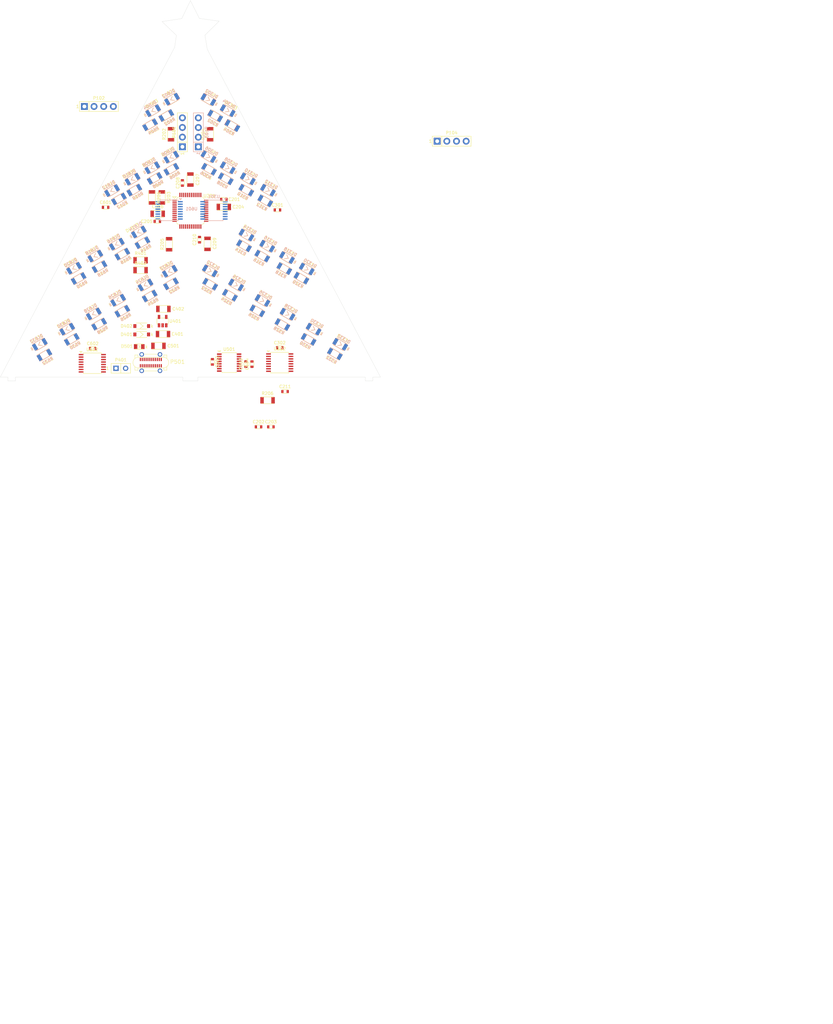
<source format=kicad_pcb>
(kicad_pcb (version 20171130) (host pcbnew "(5.1.6-0-10_14)")
  (layers (0 F.Cu signal) (31 B.Cu signal) (34 B.Paste user) (35 F.Paste user) (36 B.SilkS user) (37 F.SilkS user) (38 B.Mask user) (39 F.Mask user) (44 Edge.Cuts user))
  (net 0 "")
  (net 1 /Microcontroller/VDD_MCU)
  (net 2 GND)
  (net 3 "Net-(C202-Pad1)")
  (net 4 "Net-(C203-Pad1)")
  (net 5 /Microcontroller/RESET)
  (net 6 +3.3V)
  (net 7 "Net-(C401-Pad1)")
  (net 8 +VUSB)
  (net 9 /Communication/FTDI_VCC)
  (net 10 "Net-(D402-Pad1)")
  (net 11 /Branch1/B1_LINE1)
  (net 12 "Net-(DL301-Pad1)")
  (net 13 "Net-(DL302-Pad1)")
  (net 14 /Branch1/B1_LINE2)
  (net 15 "Net-(DL303-Pad1)")
  (net 16 "Net-(DL304-Pad1)")
  (net 17 /Branch1/B1_LINE3)
  (net 18 "Net-(DL305-Pad1)")
  (net 19 "Net-(DL306-Pad1)")
  (net 20 /Branch1/B1_LINE4)
  (net 21 "Net-(DL307-Pad1)")
  (net 22 "Net-(DL308-Pad1)")
  (net 23 /Branch1/B1_LINE5)
  (net 24 "Net-(DL309-Pad1)")
  (net 25 "Net-(DL310-Pad1)")
  (net 26 /Branch1/B1_LINE6)
  (net 27 "Net-(DL311-Pad1)")
  (net 28 "Net-(DL312-Pad1)")
  (net 29 /Branch1/B1_LINE7)
  (net 30 "Net-(DL313-Pad1)")
  (net 31 "Net-(DL314-Pad1)")
  (net 32 /Branch1/B1_LINE8)
  (net 33 "Net-(DL315-Pad1)")
  (net 34 "Net-(DL316-Pad1)")
  (net 35 /Branch1/B1_LINE9)
  (net 36 "Net-(DL317-Pad1)")
  (net 37 "Net-(DL318-Pad1)")
  (net 38 /Branch1/B1_LINE10)
  (net 39 "Net-(DL319-Pad1)")
  (net 40 "Net-(DL320-Pad1)")
  (net 41 /Branch1/B1_LINE11)
  (net 42 "Net-(DL321-Pad1)")
  (net 43 "Net-(DL322-Pad1)")
  (net 44 /Branch1/B1_LINE12)
  (net 45 "Net-(DL323-Pad1)")
  (net 46 "Net-(DL324-Pad1)")
  (net 47 /Branch1/B1_LINE13)
  (net 48 "Net-(DL325-Pad1)")
  (net 49 "Net-(DL326-Pad1)")
  (net 50 /Branch1/B1_LINE14)
  (net 51 "Net-(DL327-Pad1)")
  (net 52 "Net-(DL328-Pad1)")
  (net 53 /Branch1/B1_LINE15)
  (net 54 "Net-(DL329-Pad1)")
  (net 55 "Net-(DL330-Pad1)")
  (net 56 "Net-(DL331-Pad1)")
  (net 57 /Branch1/B1_LINE16)
  (net 58 "Net-(DL332-Pad1)")
  (net 59 /Branch2/B2_LINE1)
  (net 60 "Net-(DL601-Pad1)")
  (net 61 "Net-(DL602-Pad1)")
  (net 62 /Branch2/B2_LINE2)
  (net 63 "Net-(DL603-Pad1)")
  (net 64 "Net-(DL604-Pad1)")
  (net 65 /Branch2/B2_LINE3)
  (net 66 "Net-(DL605-Pad1)")
  (net 67 "Net-(DL606-Pad1)")
  (net 68 /Branch2/B2_LINE4)
  (net 69 "Net-(DL607-Pad1)")
  (net 70 "Net-(DL608-Pad1)")
  (net 71 /Branch2/B2_LINE5)
  (net 72 "Net-(DL609-Pad1)")
  (net 73 "Net-(DL610-Pad1)")
  (net 74 /Branch2/B2_LINE6)
  (net 75 "Net-(DL611-Pad1)")
  (net 76 "Net-(DL612-Pad1)")
  (net 77 /Branch2/B2_LINE7)
  (net 78 "Net-(DL613-Pad1)")
  (net 79 "Net-(DL614-Pad1)")
  (net 80 /Branch2/B2_LINE8)
  (net 81 "Net-(DL615-Pad1)")
  (net 82 "Net-(DL616-Pad1)")
  (net 83 /Branch2/B2_LINE9)
  (net 84 "Net-(DL617-Pad1)")
  (net 85 "Net-(DL618-Pad1)")
  (net 86 /Branch2/B2_LINE10)
  (net 87 "Net-(DL619-Pad1)")
  (net 88 "Net-(DL620-Pad1)")
  (net 89 /Branch2/B2_LINE11)
  (net 90 "Net-(DL621-Pad1)")
  (net 91 "Net-(DL622-Pad1)")
  (net 92 /Branch2/B2_LINE12)
  (net 93 "Net-(DL623-Pad1)")
  (net 94 "Net-(DL624-Pad1)")
  (net 95 /Branch2/B2_LINE13)
  (net 96 "Net-(DL625-Pad1)")
  (net 97 "Net-(DL626-Pad1)")
  (net 98 /Branch2/B2_LINE14)
  (net 99 "Net-(DL627-Pad1)")
  (net 100 "Net-(DL628-Pad1)")
  (net 101 /Branch2/B2_LINE15)
  (net 102 "Net-(DL629-Pad1)")
  (net 103 "Net-(DL630-Pad1)")
  (net 104 /Branch2/B2_LINE16)
  (net 105 "Net-(DL631-Pad1)")
  (net 106 "Net-(DL632-Pad1)")
  (net 107 "Net-(P501-PadA2)")
  (net 108 "Net-(P501-PadA3)")
  (net 109 "Net-(P501-PadA5)")
  (net 110 "Net-(P501-PadA6)")
  (net 111 "Net-(P501-PadA7)")
  (net 112 "Net-(P501-PadA8)")
  (net 113 "Net-(P501-PadA10)")
  (net 114 "Net-(P501-PadA11)")
  (net 115 "Net-(P501-PadB11)")
  (net 116 "Net-(P501-PadB10)")
  (net 117 "Net-(P501-PadB8)")
  (net 118 "Net-(P501-PadB5)")
  (net 119 "Net-(P501-PadB3)")
  (net 120 "Net-(P501-PadB2)")
  (net 121 /Branch1/BRANCH1_SDA)
  (net 122 /B_EXT_SDA)
  (net 123 /Branch1/BRANCH1_SCL)
  (net 124 /B_EXT_SCL)
  (net 125 "/Power Supply/BATTERY_STATUS")
  (net 126 /Microcontroller/STAR)
  (net 127 /Communication/COMM_RX)
  (net 128 /Communication/COMM_TX)
  (net 129 /Microcontroller/SWDIO)
  (net 130 /Microcontroller/SWCLK)
  (net 131 "Net-(U301-Pad13)")
  (net 132 "Net-(U302-Pad13)")
  (net 133 "Net-(U401-Pad4)")
  (net 134 "Net-(U501-Pad2)")
  (net 135 "Net-(U501-Pad6)")
  (net 136 "Net-(U501-Pad7)")
  (net 137 "Net-(U501-Pad14)")
  (net 138 "Net-(U501-Pad15)")
  (net 139 "Net-(U501-Pad16)")
  (net 140 "Net-(U601-Pad13)")
  (net 141 "Net-(U602-Pad13)")
  (net 142 "Net-(U201-Pad1)")
  (net 143 "Net-(U201-Pad2)")
  (net 144 "Net-(U201-Pad5)")
  (net 145 "Net-(U201-Pad6)")
  (net 146 "Net-(U201-Pad11)")
  (net 147 "Net-(U201-Pad12)")
  (net 148 "Net-(U201-Pad13)")
  (net 149 "Net-(U201-Pad14)")
  (net 150 "Net-(U201-Pad16)")
  (net 151 "Net-(U201-Pad17)")
  (net 152 "Net-(U201-Pad18)")
  (net 153 "Net-(U201-Pad19)")
  (net 154 "Net-(U201-Pad20)")
  (net 155 "Net-(U201-Pad25)")
  (net 156 "Net-(U201-Pad26)")
  (net 157 "Net-(U201-Pad27)")
  (net 158 "Net-(U201-Pad28)")
  (net 159 "Net-(U201-Pad29)")
  (net 160 "Net-(U201-Pad32)")
  (net 161 "Net-(U201-Pad33)")
  (net 162 "Net-(U201-Pad38)")
  (net 163 "Net-(U201-Pad39)")
  (net 164 "Net-(U201-Pad40)")
  (net 165 "Net-(U201-Pad41)")
  (net 166 "Net-(U201-Pad44)")
  (net 167 "Net-(U201-Pad45)")
  (net 168 "Net-(U201-Pad46)")
  (module RESISTOR:RESISTOR-1206 (layer F.Cu) (at 114.1 114.5 330)
    (fp_text reference R313 (at 0.020577 1.835641 150) (layer F.SilkS) (effects (font (size 0.8 0.8))))
    (fp_text value 270 hide)
    (pad 1 smd rect (at -1.45 0 330) (size 0.9 1.7) (layers F.Cu F.Paste F.Mask) (net 30 "Net-(DL313-Pad1)"))
    (pad 2 smd rect (at 1.45 0 330) (size 0.9 1.7) (layers F.Cu F.Paste F.Mask) (net 6 +3.3V))
  )
  (module LQFP:LQFP48_7x7_0.5 (layer F.Cu) (at 100 105.3)
    (fp_text reference U201 (at 5 -3.9) (layer F.SilkS) (effects (font (size 0.8 0.8))))
    (fp_text value STM32L073CBT6 hide)
    (pad 1 smd rect (at -4.15 -2.75 90) (size 0.3 1.15) (layers F.Cu F.Paste F.Mask) (net 142 "Net-(U201-Pad1)"))
    (pad 2 smd rect (at -4.15 -2.25 90) (size 0.3 1.15) (layers F.Cu F.Paste F.Mask) (net 143 "Net-(U201-Pad2)"))
    (pad 3 smd rect (at -4.15 -1.75 90) (size 0.3 1.15) (layers F.Cu F.Paste F.Mask) (net 3 "Net-(C202-Pad1)"))
    (pad 4 smd rect (at -4.15 -1.25 90) (size 0.3 1.15) (layers F.Cu F.Paste F.Mask) (net 4 "Net-(C203-Pad1)"))
    (pad 5 smd rect (at -4.15 -0.75 90) (size 0.3 1.15) (layers F.Cu F.Paste F.Mask) (net 144 "Net-(U201-Pad5)"))
    (pad 6 smd rect (at -4.15 -0.25 90) (size 0.3 1.15) (layers F.Cu F.Paste F.Mask) (net 145 "Net-(U201-Pad6)"))
    (pad 7 smd rect (at -4.15 0.25 90) (size 0.3 1.15) (layers F.Cu F.Paste F.Mask) (net 5 /Microcontroller/RESET))
    (pad 8 smd rect (at -4.15 0.75 90) (size 0.3 1.15) (layers F.Cu F.Paste F.Mask) (net 2 GND))
    (pad 9 smd rect (at -4.15 1.25 90) (size 0.3 1.15) (layers F.Cu F.Paste F.Mask) (net 1 /Microcontroller/VDD_MCU))
    (pad 10 smd rect (at -4.15 1.75 90) (size 0.3 1.15) (layers F.Cu F.Paste F.Mask) (net 125 "/Power Supply/BATTERY_STATUS"))
    (pad 11 smd rect (at -4.15 2.25 90) (size 0.3 1.15) (layers F.Cu F.Paste F.Mask) (net 146 "Net-(U201-Pad11)"))
    (pad 12 smd rect (at -4.15 2.75 90) (size 0.3 1.15) (layers F.Cu F.Paste F.Mask) (net 147 "Net-(U201-Pad12)"))
    (pad 13 smd rect (at -2.75 4.15 180) (size 0.3 1.15) (layers F.Cu F.Paste F.Mask) (net 148 "Net-(U201-Pad13)"))
    (pad 14 smd rect (at -2.25 4.15) (size 0.3 1.15) (layers F.Cu F.Paste F.Mask) (net 149 "Net-(U201-Pad14)"))
    (pad 15 smd rect (at -1.75 4.15) (size 0.3 1.15) (layers F.Cu F.Paste F.Mask) (net 126 /Microcontroller/STAR))
    (pad 16 smd rect (at -1.25 4.15) (size 0.3 1.15) (layers F.Cu F.Paste F.Mask) (net 150 "Net-(U201-Pad16)"))
    (pad 17 smd rect (at -0.75 4.15) (size 0.3 1.15) (layers F.Cu F.Paste F.Mask) (net 151 "Net-(U201-Pad17)"))
    (pad 18 smd rect (at -0.25 4.15) (size 0.3 1.15) (layers F.Cu F.Paste F.Mask) (net 152 "Net-(U201-Pad18)"))
    (pad 19 smd rect (at 0.25 4.15) (size 0.3 1.15) (layers F.Cu F.Paste F.Mask) (net 153 "Net-(U201-Pad19)"))
    (pad 20 smd rect (at 0.75 4.15) (size 0.3 1.15) (layers F.Cu F.Paste F.Mask) (net 154 "Net-(U201-Pad20)"))
    (pad 21 smd rect (at 1.25 4.15) (size 0.3 1.15) (layers F.Cu F.Paste F.Mask) (net 122 /B_EXT_SDA))
    (pad 22 smd rect (at 1.75 4.15) (size 0.3 1.15) (layers F.Cu F.Paste F.Mask) (net 124 /B_EXT_SCL))
    (pad 23 smd rect (at 2.25 4.15) (size 0.3 1.15) (layers F.Cu F.Paste F.Mask) (net 2 GND))
    (pad 24 smd rect (at 2.75 4.15) (size 0.3 1.15) (layers F.Cu F.Paste F.Mask) (net 1 /Microcontroller/VDD_MCU))
    (pad 25 smd rect (at 4.15 2.75 90) (size 0.3 1.15) (layers F.Cu F.Paste F.Mask) (net 155 "Net-(U201-Pad25)"))
    (pad 26 smd rect (at 4.15 2.25 90) (size 0.3 1.15) (layers F.Cu F.Paste F.Mask) (net 156 "Net-(U201-Pad26)"))
    (pad 27 smd rect (at 4.15 1.75 90) (size 0.3 1.15) (layers F.Cu F.Paste F.Mask) (net 157 "Net-(U201-Pad27)"))
    (pad 28 smd rect (at 4.15 1.25 90) (size 0.3 1.15) (layers F.Cu F.Paste F.Mask) (net 158 "Net-(U201-Pad28)"))
    (pad 29 smd rect (at 4.15 0.75 90) (size 0.3 1.15) (layers F.Cu F.Paste F.Mask) (net 159 "Net-(U201-Pad29)"))
    (pad 30 smd rect (at 4.15 0.25 90) (size 0.3 1.15) (layers F.Cu F.Paste F.Mask) (net 127 /Communication/COMM_RX))
    (pad 31 smd rect (at 4.15 -0.25 270) (size 0.3 1.15) (layers F.Cu F.Paste F.Mask) (net 128 /Communication/COMM_TX))
    (pad 32 smd rect (at 4.15 -0.75 90) (size 0.3 1.15) (layers F.Cu F.Paste F.Mask) (net 160 "Net-(U201-Pad32)"))
    (pad 33 smd rect (at 4.15 -1.25 90) (size 0.3 1.15) (layers F.Cu F.Paste F.Mask) (net 161 "Net-(U201-Pad33)"))
    (pad 34 smd rect (at 4.15 -1.75 90) (size 0.3 1.15) (layers F.Cu F.Paste F.Mask) (net 129 /Microcontroller/SWDIO))
    (pad 35 smd rect (at 4.15 -2.25 90) (size 0.3 1.15) (layers F.Cu F.Paste F.Mask) (net 2 GND))
    (pad 36 smd rect (at 4.15 -2.75 90) (size 0.3 1.15) (layers F.Cu F.Paste F.Mask) (net 1 /Microcontroller/VDD_MCU))
    (pad 37 smd rect (at 2.75 -4.15) (size 0.3 1.15) (layers F.Cu F.Paste F.Mask) (net 130 /Microcontroller/SWCLK))
    (pad 38 smd rect (at 2.25 -4.15) (size 0.3 1.15) (layers F.Cu F.Paste F.Mask) (net 162 "Net-(U201-Pad38)"))
    (pad 39 smd rect (at 1.75 -4.15) (size 0.3 1.15) (layers F.Cu F.Paste F.Mask) (net 163 "Net-(U201-Pad39)"))
    (pad 40 smd rect (at 1.25 -4.15) (size 0.3 1.15) (layers F.Cu F.Paste F.Mask) (net 164 "Net-(U201-Pad40)"))
    (pad 41 smd rect (at 0.75 -4.15) (size 0.3 1.15) (layers F.Cu F.Paste F.Mask) (net 165 "Net-(U201-Pad41)"))
    (pad 42 smd rect (at 0.25 -4.15) (size 0.3 1.15) (layers F.Cu F.Paste F.Mask) (net 123 /Branch1/BRANCH1_SCL))
    (pad 43 smd rect (at -0.25 -4.15) (size 0.3 1.15) (layers F.Cu F.Paste F.Mask) (net 121 /Branch1/BRANCH1_SDA))
    (pad 44 smd rect (at -0.75 -4.15) (size 0.3 1.15) (layers F.Cu F.Paste F.Mask) (net 166 "Net-(U201-Pad44)"))
    (pad 45 smd rect (at -1.25 -4.15) (size 0.3 1.15) (layers F.Cu F.Paste F.Mask) (net 167 "Net-(U201-Pad45)"))
    (pad 46 smd rect (at -1.75 -4.15) (size 0.3 1.15) (layers F.Cu F.Paste F.Mask) (net 168 "Net-(U201-Pad46)"))
    (pad 47 smd rect (at -2.25 -4.15) (size 0.3 1.15) (layers F.Cu F.Paste F.Mask) (net 2 GND))
    (pad 48 smd rect (at -2.75 -4.15) (size 0.3 1.15) (layers F.Cu F.Paste F.Mask) (net 1 /Microcontroller/VDD_MCU))
  )
  (module CAPACITOR:CAPACITOR-0603 (layer F.Cu) (at 108.8 102.3 180)
    (fp_text reference C201 (at -2.7 0) (layer F.SilkS) (effects (font (size 0.8 0.8))))
    (fp_text value 100n hide)
    (pad 1 smd rect (at -0.7 0 180) (size 0.6 0.8) (layers F.Cu F.Paste F.Mask) (net 1 /Microcontroller/VDD_MCU))
    (pad 2 smd rect (at 0.7 0 180) (size 0.6 0.8) (layers F.Cu F.Paste F.Mask) (net 2 GND))
  )
  (module CAPACITOR:CAPACITOR-0603 (layer F.Cu) (at 117.925001 162.075001)
    (fp_text reference C202 (at 0 -1.3) (layer F.SilkS) (effects (font (size 0.8 0.8))))
    (fp_text value 15p hide)
    (pad 1 smd rect (at -0.7 0) (size 0.6 0.8) (layers F.Cu F.Paste F.Mask) (net 3 "Net-(C202-Pad1)"))
    (pad 2 smd rect (at 0.7 0) (size 0.6 0.8) (layers F.Cu F.Paste F.Mask) (net 2 GND))
  )
  (module CAPACITOR:CAPACITOR-0603 (layer F.Cu) (at 121.175001 162.075001)
    (fp_text reference C203 (at 0 -1.3) (layer F.SilkS) (effects (font (size 0.8 0.8))))
    (fp_text value 15p hide)
    (pad 2 smd rect (at 0.7 0) (size 0.6 0.8) (layers F.Cu F.Paste F.Mask) (net 2 GND))
    (pad 1 smd rect (at -0.7 0) (size 0.6 0.8) (layers F.Cu F.Paste F.Mask) (net 4 "Net-(C203-Pad1)"))
  )
  (module CAPACITOR:CAPACITOR-1206 (layer F.Cu) (at 108.8 104.3 180)
    (fp_text reference C204 (at -3.8 0) (layer F.SilkS) (effects (font (size 0.8 0.8))))
    (fp_text value 10u hide)
    (pad 1 smd rect (at -1.45 0 180) (size 0.9 1.7) (layers F.Cu F.Paste F.Mask) (net 1 /Microcontroller/VDD_MCU))
    (pad 2 smd rect (at 1.45 0 180) (size 0.9 1.7) (layers F.Cu F.Paste F.Mask) (net 2 GND))
  )
  (module CAPACITOR:CAPACITOR-0603 (layer F.Cu) (at 91.3 108.1)
    (fp_text reference C205 (at -2.8 0) (layer F.SilkS) (effects (font (size 0.8 0.8))))
    (fp_text value 100n hide)
    (pad 2 smd rect (at 0.7 0) (size 0.6 0.8) (layers F.Cu F.Paste F.Mask) (net 2 GND))
    (pad 1 smd rect (at -0.7 0) (size 0.6 0.8) (layers F.Cu F.Paste F.Mask) (net 1 /Microcontroller/VDD_MCU))
  )
  (module CAPACITOR:CAPACITOR-1206 (layer F.Cu) (at 91.4 106.1)
    (fp_text reference C206 (at 0 -1.9) (layer F.SilkS) (effects (font (size 0.8 0.8))))
    (fp_text value 10u hide)
    (pad 1 smd rect (at -1.45 0) (size 0.9 1.7) (layers F.Cu F.Paste F.Mask) (net 1 /Microcontroller/VDD_MCU))
    (pad 2 smd rect (at 1.45 0) (size 0.9 1.7) (layers F.Cu F.Paste F.Mask) (net 2 GND))
  )
  (module CAPACITOR:CAPACITOR-1206 (layer F.Cu) (at 100 97.1 270)
    (fp_text reference C207 (at 0 -1.9 90) (layer F.SilkS) (effects (font (size 0.8 0.8))))
    (fp_text value 10u hide)
    (pad 2 smd rect (at 1.45 0 270) (size 0.9 1.7) (layers F.Cu F.Paste F.Mask) (net 2 GND))
    (pad 1 smd rect (at -1.45 0 270) (size 0.9 1.7) (layers F.Cu F.Paste F.Mask) (net 1 /Microcontroller/VDD_MCU))
  )
  (module CAPACITOR:CAPACITOR-0603 (layer F.Cu) (at 97.9 98 270)
    (fp_text reference C208 (at 0 1.2 90) (layer F.SilkS) (effects (font (size 0.8 0.8))))
    (fp_text value 100n hide)
    (pad 1 smd rect (at -0.7 0 270) (size 0.6 0.8) (layers F.Cu F.Paste F.Mask) (net 1 /Microcontroller/VDD_MCU))
    (pad 2 smd rect (at 0.7 0 270) (size 0.6 0.8) (layers F.Cu F.Paste F.Mask) (net 2 GND))
  )
  (module CAPACITOR:CAPACITOR-1206 (layer F.Cu) (at 104.5 114 90)
    (fp_text reference C209 (at 0.1 1.9 90) (layer F.SilkS) (effects (font (size 0.8 0.8))))
    (fp_text value 10u hide)
    (pad 2 smd rect (at 1.45 0 90) (size 0.9 1.7) (layers F.Cu F.Paste F.Mask) (net 2 GND))
    (pad 1 smd rect (at -1.45 0 90) (size 0.9 1.7) (layers F.Cu F.Paste F.Mask) (net 1 /Microcontroller/VDD_MCU))
  )
  (module CAPACITOR:CAPACITOR-0603 (layer F.Cu) (at 102.4 112.9 90)
    (fp_text reference C210 (at 0 -1.3 90) (layer F.SilkS) (effects (font (size 0.8 0.8))))
    (fp_text value 100n hide)
    (pad 1 smd rect (at -0.7 0 90) (size 0.6 0.8) (layers F.Cu F.Paste F.Mask) (net 1 /Microcontroller/VDD_MCU))
    (pad 2 smd rect (at 0.7 0 90) (size 0.6 0.8) (layers F.Cu F.Paste F.Mask) (net 2 GND))
  )
  (module CAPACITOR:CAPACITOR-0603 (layer F.Cu) (at 124.9 152.8)
    (fp_text reference C211 (at 0 -1.3) (layer F.SilkS) (effects (font (size 0.8 0.8))))
    (fp_text value 100n hide)
    (pad 2 smd rect (at 0.7 0) (size 0.6 0.8) (layers F.Cu F.Paste F.Mask) (net 5 /Microcontroller/RESET))
    (pad 1 smd rect (at -0.7 0) (size 0.6 0.8) (layers F.Cu F.Paste F.Mask) (net 2 GND))
  )
  (module CAPACITOR:CAPACITOR-0603 (layer F.Cu) (at 122.9 105.1)
    (fp_text reference C301 (at 0 -1.3) (layer F.SilkS) (effects (font (size 0.8 0.8))))
    (fp_text value 100n hide)
    (pad 2 smd rect (at 0.7 0) (size 0.6 0.8) (layers F.Cu F.Paste F.Mask) (net 6 +3.3V))
    (pad 1 smd rect (at -0.7 0) (size 0.6 0.8) (layers F.Cu F.Paste F.Mask) (net 2 GND))
  )
  (module CAPACITOR:CAPACITOR-0603 (layer F.Cu) (at 123.5 141.3)
    (fp_text reference C302 (at 0 -1.3) (layer F.SilkS) (effects (font (size 0.8 0.8))))
    (fp_text value 100n hide)
    (pad 1 smd rect (at -0.7 0) (size 0.6 0.8) (layers F.Cu F.Paste F.Mask) (net 2 GND))
    (pad 2 smd rect (at 0.7 0) (size 0.6 0.8) (layers F.Cu F.Paste F.Mask) (net 6 +3.3V))
  )
  (module CAPACITOR:CAPACITOR-1206 (layer F.Cu) (at 92.8 137.7)
    (fp_text reference C401 (at 3.8 0) (layer F.SilkS) (effects (font (size 0.8 0.8))))
    (fp_text value 1u hide)
    (pad 1 smd rect (at -1.45 0) (size 0.9 1.7) (layers F.Cu F.Paste F.Mask) (net 7 "Net-(C401-Pad1)"))
    (pad 2 smd rect (at 1.45 0) (size 0.9 1.7) (layers F.Cu F.Paste F.Mask) (net 2 GND))
  )
  (module CAPACITOR:CAPACITOR-1206 (layer F.Cu) (at 92.9 131.1)
    (fp_text reference C402 (at 3.9 0) (layer F.SilkS) (effects (font (size 0.8 0.8))))
    (fp_text value 1u hide)
    (pad 1 smd rect (at -1.45 0) (size 0.9 1.7) (layers F.Cu F.Paste F.Mask) (net 6 +3.3V))
    (pad 2 smd rect (at 1.45 0) (size 0.9 1.7) (layers F.Cu F.Paste F.Mask) (net 2 GND))
  )
  (module CAPACITOR:CAPACITOR-1206 (layer F.Cu) (at 91.6 140.8)
    (fp_text reference C501 (at 3.9 0) (layer F.SilkS) (effects (font (size 0.8 0.8))))
    (fp_text value 4u7 hide)
    (pad 2 smd rect (at 1.45 0) (size 0.9 1.7) (layers F.Cu F.Paste F.Mask) (net 2 GND))
    (pad 1 smd rect (at -1.45 0) (size 0.9 1.7) (layers F.Cu F.Paste F.Mask) (net 8 +VUSB))
  )
  (module CAPACITOR:CAPACITOR-0603 (layer F.Cu) (at 105.8 145 270)
    (fp_text reference C502 (at 0 -1.3 90) (layer F.SilkS) (effects (font (size 0.8 0.8))))
    (fp_text value 100n hide)
    (pad 2 smd rect (at 0.7 0 270) (size 0.6 0.8) (layers F.Cu F.Paste F.Mask) (net 2 GND))
    (pad 1 smd rect (at -0.7 0 270) (size 0.6 0.8) (layers F.Cu F.Paste F.Mask) (net 9 /Communication/FTDI_VCC))
  )
  (module CAPACITOR:CAPACITOR-0603 (layer F.Cu) (at 114.6 145.6 90)
    (fp_text reference C503 (at 0 -1.3 90) (layer F.SilkS) (effects (font (size 0.8 0.8))))
    (fp_text value 100n hide)
    (pad 1 smd rect (at -0.7 0 90) (size 0.6 0.8) (layers F.Cu F.Paste F.Mask) (net 9 /Communication/FTDI_VCC))
    (pad 2 smd rect (at 0.7 0 90) (size 0.6 0.8) (layers F.Cu F.Paste F.Mask) (net 2 GND))
  )
  (module CAPACITOR:CAPACITOR-0603 (layer F.Cu) (at 116.2 145.6 90)
    (fp_text reference C504 (at 0 -1.3 90) (layer F.SilkS) (effects (font (size 0.8 0.8))))
    (fp_text value 100n hide)
    (pad 2 smd rect (at 0.7 0 90) (size 0.6 0.8) (layers F.Cu F.Paste F.Mask) (net 2 GND))
    (pad 1 smd rect (at -0.7 0 90) (size 0.6 0.8) (layers F.Cu F.Paste F.Mask) (net 9 /Communication/FTDI_VCC))
  )
  (module CAPACITOR:CAPACITOR-0603 (layer F.Cu) (at 77.7 104.4)
    (fp_text reference C601 (at 0 -1.3) (layer F.SilkS) (effects (font (size 0.8 0.8))))
    (fp_text value 100n hide)
    (pad 1 smd rect (at -0.7 0) (size 0.6 0.8) (layers F.Cu F.Paste F.Mask) (net 2 GND))
    (pad 2 smd rect (at 0.7 0) (size 0.6 0.8) (layers F.Cu F.Paste F.Mask) (net 6 +3.3V))
  )
  (module CAPACITOR:CAPACITOR-0603 (layer F.Cu) (at 74.3 141.5)
    (fp_text reference C602 (at 0 -1.3) (layer F.SilkS) (effects (font (size 0.8 0.8))))
    (fp_text value 100n hide)
    (pad 2 smd rect (at 0.7 0) (size 0.6 0.8) (layers F.Cu F.Paste F.Mask) (net 6 +3.3V))
    (pad 1 smd rect (at -0.7 0) (size 0.6 0.8) (layers F.Cu F.Paste F.Mask) (net 2 GND))
  )
  (module DIODE:DIODE-SOD123 (layer F.Cu) (at 87.2 137.8)
    (fp_text reference D401 (at -4 0) (layer F.SilkS) (effects (font (size 0.8 0.8))))
    (fp_text value MBR0520 hide)
    (fp_text user k (at 2.7 0) (layer F.SilkS) (effects (font (size 0.8 0.8))))
    (pad 1 smd rect (at -1.8 0) (size 0.8 1) (layers F.Cu F.Paste F.Mask) (net 8 +VUSB))
    (pad 2 smd rect (at 1.8 0) (size 0.8 1) (layers F.Cu F.Paste F.Mask) (net 7 "Net-(C401-Pad1)"))
  )
  (module DIODE:DIODE-SOD123 (layer F.Cu) (at 87.2 135.6)
    (fp_text reference D402 (at -4 0) (layer F.SilkS) (effects (font (size 0.8 0.8))))
    (fp_text value MBR0520 hide)
    (fp_text user k (at 2.7 0) (layer F.SilkS) (effects (font (size 0.8 0.8))))
    (pad 2 smd rect (at 1.8 0) (size 0.8 1) (layers F.Cu F.Paste F.Mask) (net 7 "Net-(C401-Pad1)"))
    (pad 1 smd rect (at -1.8 0) (size 0.8 1) (layers F.Cu F.Paste F.Mask) (net 10 "Net-(D402-Pad1)"))
  )
  (module DIODE:DIODE-0805 (layer F.Cu) (at 86.55 141)
    (fp_text reference D501 (at -3.25 -0.1) (layer F.SilkS) (effects (font (size 0.8 0.8))))
    (fp_text value ESDA25P35 hide)
    (fp_text user k (at 1.9 0.05) (layer F.SilkS) (effects (font (size 0.8 0.8))))
    (pad 1 smd rect (at -0.95 0) (size 0.9 1.3) (layers F.Cu F.Paste F.Mask) (net 2 GND))
    (pad 2 smd rect (at 0.95 0) (size 0.9 1.3) (layers F.Cu F.Paste F.Mask) (net 8 +VUSB))
  )
  (module LEDs:LED-1206 (layer F.Cu) (at 104.744263 76.075 330)
    (fp_text reference DL301 (at 0 -1.7 150) (layer F.SilkS) (effects (font (size 0.8 0.8))))
    (fp_text value MISC hide)
    (fp_text user k (at 2.4 0 150) (layer F.SilkS) (effects (font (size 0.8 0.8))))
    (pad 2 smd rect (at 1.45 0 330) (size 0.9 1.7) (layers F.Cu F.Paste F.Mask) (net 11 /Branch1/B1_LINE1))
    (pad 1 smd rect (at -1.45 0 330) (size 0.9 1.7) (layers F.Cu F.Paste F.Mask) (net 12 "Net-(DL301-Pad1)"))
  )
  (module LEDs:LED-1206 (layer B.Cu) (at 104.7 76.1 330)
    (fp_text reference DL302 (at 0.029423 -1.749038 150) (layer B.SilkS) (effects (font (size 0.8 0.8)) (justify mirror)))
    (fp_text value MISC hide)
    (fp_text user k (at 2.4 0 150) (layer B.SilkS) (effects (font (size 0.8 0.8)) (justify mirror)))
    (pad 1 smd rect (at -1.45 0 330) (size 0.9 1.7) (layers B.Cu B.Paste B.Mask) (net 13 "Net-(DL302-Pad1)"))
    (pad 2 smd rect (at 1.45 0 330) (size 0.9 1.7) (layers B.Cu B.Paste B.Mask) (net 11 /Branch1/B1_LINE1))
  )
  (module LEDs:LED-1206 (layer F.Cu) (at 109.8 79 330)
    (fp_text reference DL303 (at 0 -1.7 150) (layer F.SilkS) (effects (font (size 0.8 0.8))))
    (fp_text value MISC hide)
    (fp_text user k (at 2.4 0 150) (layer F.SilkS) (effects (font (size 0.8 0.8))))
    (pad 2 smd rect (at 1.45 0 330) (size 0.9 1.7) (layers F.Cu F.Paste F.Mask) (net 14 /Branch1/B1_LINE2))
    (pad 1 smd rect (at -1.45 0 330) (size 0.9 1.7) (layers F.Cu F.Paste F.Mask) (net 15 "Net-(DL303-Pad1)"))
  )
  (module LEDs:LED-1206 (layer B.Cu) (at 109.8 79 330)
    (fp_text reference DL304 (at -0.55359 -1.758846 150) (layer B.SilkS) (effects (font (size 0.8 0.8)) (justify mirror)))
    (fp_text value MISC hide)
    (fp_text user k (at 2.4 0 150) (layer B.SilkS) (effects (font (size 0.8 0.8)) (justify mirror)))
    (pad 1 smd rect (at -1.45 0 330) (size 0.9 1.7) (layers B.Cu B.Paste B.Mask) (net 16 "Net-(DL304-Pad1)"))
    (pad 2 smd rect (at 1.45 0 330) (size 0.9 1.7) (layers B.Cu B.Paste B.Mask) (net 14 /Branch1/B1_LINE2))
  )
  (module LEDs:LED-1206 (layer F.Cu) (at 104.744263 91.075 330)
    (fp_text reference DL305 (at 0 -1.7 150) (layer F.SilkS) (effects (font (size 0.8 0.8))))
    (fp_text value MISC hide)
    (fp_text user k (at 2.4 0 150) (layer F.SilkS) (effects (font (size 0.8 0.8))))
    (pad 2 smd rect (at 1.45 0 330) (size 0.9 1.7) (layers F.Cu F.Paste F.Mask) (net 17 /Branch1/B1_LINE3))
    (pad 1 smd rect (at -1.45 0 330) (size 0.9 1.7) (layers F.Cu F.Paste F.Mask) (net 18 "Net-(DL305-Pad1)"))
  )
  (module LEDs:LED-1206 (layer B.Cu) (at 104.744263 91.075 330)
    (fp_text reference DL306 (at 0.00359 -1.705256 150) (layer B.SilkS) (effects (font (size 0.8 0.8)) (justify mirror)))
    (fp_text value MISC hide)
    (fp_text user k (at 2.4 0 150) (layer B.SilkS) (effects (font (size 0.8 0.8)) (justify mirror)))
    (pad 1 smd rect (at -1.45 0 330) (size 0.9 1.7) (layers B.Cu B.Paste B.Mask) (net 19 "Net-(DL306-Pad1)"))
    (pad 2 smd rect (at 1.45 0 330) (size 0.9 1.7) (layers B.Cu B.Paste B.Mask) (net 17 /Branch1/B1_LINE3))
  )
  (module LEDs:LED-1206 (layer F.Cu) (at 109.8 94 330)
    (fp_text reference DL307 (at 0 -1.7 150) (layer F.SilkS) (effects (font (size 0.8 0.8))))
    (fp_text value MISC hide)
    (fp_text user k (at 2.4 0 150) (layer F.SilkS) (effects (font (size 0.8 0.8))))
    (pad 2 smd rect (at 1.45 0 330) (size 0.9 1.7) (layers F.Cu F.Paste F.Mask) (net 20 /Branch1/B1_LINE4))
    (pad 1 smd rect (at -1.45 0 330) (size 0.9 1.7) (layers F.Cu F.Paste F.Mask) (net 21 "Net-(DL307-Pad1)"))
  )
  (module LEDs:LED-1206 (layer B.Cu) (at 109.8 94 330)
    (fp_text reference DL308 (at 0.029423 -1.749038 150) (layer B.SilkS) (effects (font (size 0.8 0.8)) (justify mirror)))
    (fp_text value MISC hide)
    (fp_text user k (at 2.4 0 150) (layer B.SilkS) (effects (font (size 0.8 0.8)) (justify mirror)))
    (pad 1 smd rect (at -1.45 0 330) (size 0.9 1.7) (layers B.Cu B.Paste B.Mask) (net 22 "Net-(DL308-Pad1)"))
    (pad 2 smd rect (at 1.45 0 330) (size 0.9 1.7) (layers B.Cu B.Paste B.Mask) (net 20 /Branch1/B1_LINE4))
  )
  (module LEDs:LED-1206 (layer F.Cu) (at 115.1 96.9 330)
    (fp_text reference DL309 (at 0 -1.7 150) (layer F.SilkS) (effects (font (size 0.8 0.8))))
    (fp_text value MISC hide)
    (fp_text user k (at 2.4 0 150) (layer F.SilkS) (effects (font (size 0.8 0.8))))
    (pad 2 smd rect (at 1.45 0 330) (size 0.9 1.7) (layers F.Cu F.Paste F.Mask) (net 23 /Branch1/B1_LINE5))
    (pad 1 smd rect (at -1.45 0 330) (size 0.9 1.7) (layers F.Cu F.Paste F.Mask) (net 24 "Net-(DL309-Pad1)"))
  )
  (module LEDs:LED-1206 (layer B.Cu) (at 115.1 96.9 330)
    (fp_text reference DL310 (at 0.029423 -1.749038 150) (layer B.SilkS) (effects (font (size 0.8 0.8)) (justify mirror)))
    (fp_text value MISC hide)
    (fp_text user k (at 2.4 0 150) (layer B.SilkS) (effects (font (size 0.8 0.8)) (justify mirror)))
    (pad 1 smd rect (at -1.45 0 330) (size 0.9 1.7) (layers B.Cu B.Paste B.Mask) (net 25 "Net-(DL310-Pad1)"))
    (pad 2 smd rect (at 1.45 0 330) (size 0.9 1.7) (layers B.Cu B.Paste B.Mask) (net 23 /Branch1/B1_LINE5))
  )
  (module LEDs:LED-1206 (layer F.Cu) (at 120.4 99.9 330)
    (fp_text reference DL311 (at 0 -1.7 150) (layer F.SilkS) (effects (font (size 0.8 0.8))))
    (fp_text value MISC hide)
    (fp_text user k (at 2.4 0 150) (layer F.SilkS) (effects (font (size 0.8 0.8))))
    (pad 2 smd rect (at 1.45 0 330) (size 0.9 1.7) (layers F.Cu F.Paste F.Mask) (net 26 /Branch1/B1_LINE6))
    (pad 1 smd rect (at -1.45 0 330) (size 0.9 1.7) (layers F.Cu F.Paste F.Mask) (net 27 "Net-(DL311-Pad1)"))
  )
  (module LEDs:LED-1206 (layer B.Cu) (at 120.4 99.9 330)
    (fp_text reference DL312 (at 0.029423 -1.749038 150) (layer B.SilkS) (effects (font (size 0.8 0.8)) (justify mirror)))
    (fp_text value MISC hide)
    (fp_text user k (at 2.4 0 150) (layer B.SilkS) (effects (font (size 0.8 0.8)) (justify mirror)))
    (pad 1 smd rect (at -1.45 0 330) (size 0.9 1.7) (layers B.Cu B.Paste B.Mask) (net 28 "Net-(DL312-Pad1)"))
    (pad 2 smd rect (at 1.45 0 330) (size 0.9 1.7) (layers B.Cu B.Paste B.Mask) (net 26 /Branch1/B1_LINE6))
  )
  (module LEDs:LED-1206 (layer F.Cu) (at 114.744263 111.675 330)
    (fp_text reference DL313 (at 0 -1.7 150) (layer F.SilkS) (effects (font (size 0.8 0.8))))
    (fp_text value MISC hide)
    (fp_text user k (at 2.4 0 150) (layer F.SilkS) (effects (font (size 0.8 0.8))))
    (pad 2 smd rect (at 1.45 0 330) (size 0.9 1.7) (layers F.Cu F.Paste F.Mask) (net 29 /Branch1/B1_LINE7))
    (pad 1 smd rect (at -1.45 0 330) (size 0.9 1.7) (layers F.Cu F.Paste F.Mask) (net 30 "Net-(DL313-Pad1)"))
  )
  (module LEDs:LED-1206 (layer B.Cu) (at 114.744263 111.675 330)
    (fp_text reference DL314 (at 0.090193 -1.755256 150) (layer B.SilkS) (effects (font (size 0.8 0.8)) (justify mirror)))
    (fp_text value MISC hide)
    (fp_text user k (at 2.4 0 150) (layer B.SilkS) (effects (font (size 0.8 0.8)) (justify mirror)))
    (pad 1 smd rect (at -1.45 0 330) (size 0.9 1.7) (layers B.Cu B.Paste B.Mask) (net 31 "Net-(DL314-Pad1)"))
    (pad 2 smd rect (at 1.45 0 330) (size 0.9 1.7) (layers B.Cu B.Paste B.Mask) (net 29 /Branch1/B1_LINE7))
  )
  (module LEDs:LED-1206 (layer F.Cu) (at 120.2 114.6 330)
    (fp_text reference DL315 (at 0 -1.7 150) (layer F.SilkS) (effects (font (size 0.8 0.8))))
    (fp_text value MISC hide)
    (fp_text user k (at 2.4 0 150) (layer F.SilkS) (effects (font (size 0.8 0.8))))
    (pad 2 smd rect (at 1.45 0 330) (size 0.9 1.7) (layers F.Cu F.Paste F.Mask) (net 32 /Branch1/B1_LINE8))
    (pad 1 smd rect (at -1.45 0 330) (size 0.9 1.7) (layers F.Cu F.Paste F.Mask) (net 33 "Net-(DL315-Pad1)"))
  )
  (module LEDs:LED-1206 (layer B.Cu) (at 120.2 114.6 330)
    (fp_text reference DL316 (at 0.029423 -1.749038 150) (layer B.SilkS) (effects (font (size 0.8 0.8)) (justify mirror)))
    (fp_text value MISC hide)
    (fp_text user k (at 2.4 0 150) (layer B.SilkS) (effects (font (size 0.8 0.8)) (justify mirror)))
    (pad 1 smd rect (at -1.45 0 330) (size 0.9 1.7) (layers B.Cu B.Paste B.Mask) (net 34 "Net-(DL316-Pad1)"))
    (pad 2 smd rect (at 1.45 0 330) (size 0.9 1.7) (layers B.Cu B.Paste B.Mask) (net 32 /Branch1/B1_LINE8))
  )
  (module LEDs:LED-1206 (layer F.Cu) (at 125.4 117.6 330)
    (fp_text reference DL317 (at 0 -1.7 150) (layer F.SilkS) (effects (font (size 0.8 0.8))))
    (fp_text value MISC hide)
    (fp_text user k (at 2.4 0 150) (layer F.SilkS) (effects (font (size 0.8 0.8))))
    (pad 2 smd rect (at 1.45 0 330) (size 0.9 1.7) (layers F.Cu F.Paste F.Mask) (net 35 /Branch1/B1_LINE9))
    (pad 1 smd rect (at -1.45 0 330) (size 0.9 1.7) (layers F.Cu F.Paste F.Mask) (net 36 "Net-(DL317-Pad1)"))
  )
  (module LEDs:LED-1206 (layer B.Cu) (at 125.4 117.6 330)
    (fp_text reference DL318 (at 0.029423 -1.749038 150) (layer B.SilkS) (effects (font (size 0.8 0.8)) (justify mirror)))
    (fp_text value MISC hide)
    (fp_text user k (at 2.4 0 150) (layer B.SilkS) (effects (font (size 0.8 0.8)) (justify mirror)))
    (pad 1 smd rect (at -1.45 0 330) (size 0.9 1.7) (layers B.Cu B.Paste B.Mask) (net 37 "Net-(DL318-Pad1)"))
    (pad 2 smd rect (at 1.45 0 330) (size 0.9 1.7) (layers B.Cu B.Paste B.Mask) (net 35 /Branch1/B1_LINE9))
  )
  (module LEDs:LED-1206 (layer F.Cu) (at 130.6 120.6 330)
    (fp_text reference DL319 (at 0 -1.7 150) (layer F.SilkS) (effects (font (size 0.8 0.8))))
    (fp_text value MISC hide)
    (fp_text user k (at 2.4 0 150) (layer F.SilkS) (effects (font (size 0.8 0.8))))
    (pad 2 smd rect (at 1.45 0 330) (size 0.9 1.7) (layers F.Cu F.Paste F.Mask) (net 38 /Branch1/B1_LINE10))
    (pad 1 smd rect (at -1.45 0 330) (size 0.9 1.7) (layers F.Cu F.Paste F.Mask) (net 39 "Net-(DL319-Pad1)"))
  )
  (module LEDs:LED-1206 (layer B.Cu) (at 130.6 120.6 330)
    (fp_text reference DL320 (at 0.029423 -1.749038 150) (layer B.SilkS) (effects (font (size 0.8 0.8)) (justify mirror)))
    (fp_text value MISC hide)
    (fp_text user k (at 2.4 0 150) (layer B.SilkS) (effects (font (size 0.8 0.8)) (justify mirror)))
    (pad 1 smd rect (at -1.45 0 330) (size 0.9 1.7) (layers B.Cu B.Paste B.Mask) (net 40 "Net-(DL320-Pad1)"))
    (pad 2 smd rect (at 1.45 0 330) (size 0.9 1.7) (layers B.Cu B.Paste B.Mask) (net 38 /Branch1/B1_LINE10))
  )
  (module LEDs:LED-1206 (layer F.Cu) (at 105.144263 121.075 330)
    (fp_text reference DL321 (at 0 -1.7 150) (layer F.SilkS) (effects (font (size 0.8 0.8))))
    (fp_text value MISC hide)
    (fp_text user k (at 2.4 0 150) (layer F.SilkS) (effects (font (size 0.8 0.8))))
    (pad 2 smd rect (at 1.45 0 330) (size 0.9 1.7) (layers F.Cu F.Paste F.Mask) (net 41 /Branch1/B1_LINE11))
    (pad 1 smd rect (at -1.45 0 330) (size 0.9 1.7) (layers F.Cu F.Paste F.Mask) (net 42 "Net-(DL321-Pad1)"))
  )
  (module LEDs:LED-1206 (layer B.Cu) (at 105.1 121.1 330)
    (fp_text reference DL322 (at 0.029423 -1.749038 150) (layer B.SilkS) (effects (font (size 0.8 0.8)) (justify mirror)))
    (fp_text value MISC hide)
    (fp_text user k (at 2.4 0 150) (layer B.SilkS) (effects (font (size 0.8 0.8)) (justify mirror)))
    (pad 1 smd rect (at -1.45 0 330) (size 0.9 1.7) (layers B.Cu B.Paste B.Mask) (net 43 "Net-(DL322-Pad1)"))
    (pad 2 smd rect (at 1.45 0 330) (size 0.9 1.7) (layers B.Cu B.Paste B.Mask) (net 41 /Branch1/B1_LINE11))
  )
  (module LEDs:LED-1206 (layer F.Cu) (at 112 124.8 330)
    (fp_text reference DL323 (at 0 -1.7 150) (layer F.SilkS) (effects (font (size 0.8 0.8))))
    (fp_text value MISC hide)
    (fp_text user k (at 2.4 0 150) (layer F.SilkS) (effects (font (size 0.8 0.8))))
    (pad 2 smd rect (at 1.45 0 330) (size 0.9 1.7) (layers F.Cu F.Paste F.Mask) (net 44 /Branch1/B1_LINE12))
    (pad 1 smd rect (at -1.45 0 330) (size 0.9 1.7) (layers F.Cu F.Paste F.Mask) (net 45 "Net-(DL323-Pad1)"))
  )
  (module LEDs:LED-1206 (layer B.Cu) (at 112 124.8 330)
    (fp_text reference DL324 (at -0.05718 -1.699038 150) (layer B.SilkS) (effects (font (size 0.8 0.8)) (justify mirror)))
    (fp_text value MISC hide)
    (fp_text user k (at 2.4 0 150) (layer B.SilkS) (effects (font (size 0.8 0.8)) (justify mirror)))
    (pad 1 smd rect (at -1.45 0 330) (size 0.9 1.7) (layers B.Cu B.Paste B.Mask) (net 46 "Net-(DL324-Pad1)"))
    (pad 2 smd rect (at 1.45 0 330) (size 0.9 1.7) (layers B.Cu B.Paste B.Mask) (net 44 /Branch1/B1_LINE12))
  )
  (module LEDs:LED-1206 (layer F.Cu) (at 118.944263 128.875 330)
    (fp_text reference DL325 (at 0 -1.7 150) (layer F.SilkS) (effects (font (size 0.8 0.8))))
    (fp_text value MISC hide)
    (fp_text user k (at 2.4 0 150) (layer F.SilkS) (effects (font (size 0.8 0.8))))
    (pad 2 smd rect (at 1.45 0 330) (size 0.9 1.7) (layers F.Cu F.Paste F.Mask) (net 47 /Branch1/B1_LINE13))
    (pad 1 smd rect (at -1.45 0 330) (size 0.9 1.7) (layers F.Cu F.Paste F.Mask) (net 48 "Net-(DL325-Pad1)"))
  )
  (module LEDs:LED-1206 (layer B.Cu) (at 118.944263 128.875 330)
    (fp_text reference DL326 (at 0.00359 -1.705256 150) (layer B.SilkS) (effects (font (size 0.8 0.8)) (justify mirror)))
    (fp_text value MISC hide)
    (fp_text user k (at 2.4 0 150) (layer B.SilkS) (effects (font (size 0.8 0.8)) (justify mirror)))
    (pad 1 smd rect (at -1.45 0 330) (size 0.9 1.7) (layers B.Cu B.Paste B.Mask) (net 49 "Net-(DL326-Pad1)"))
    (pad 2 smd rect (at 1.45 0 330) (size 0.9 1.7) (layers B.Cu B.Paste B.Mask) (net 47 /Branch1/B1_LINE13))
  )
  (module LEDs:LED-1206 (layer F.Cu) (at 125.544263 132.475 330)
    (fp_text reference DL327 (at 0 -1.7 150) (layer F.SilkS) (effects (font (size 0.8 0.8))))
    (fp_text value MISC hide)
    (fp_text user k (at 2.4 0 150) (layer F.SilkS) (effects (font (size 0.8 0.8))))
    (pad 2 smd rect (at 1.45 0 330) (size 0.9 1.7) (layers F.Cu F.Paste F.Mask) (net 50 /Branch1/B1_LINE14))
    (pad 1 smd rect (at -1.45 0 330) (size 0.9 1.7) (layers F.Cu F.Paste F.Mask) (net 51 "Net-(DL327-Pad1)"))
  )
  (module LEDs:LED-1206 (layer B.Cu) (at 125.544263 132.475 330)
    (fp_text reference DL328 (at 0.090193 -1.755256 150) (layer B.SilkS) (effects (font (size 0.8 0.8)) (justify mirror)))
    (fp_text value MISC hide)
    (fp_text user k (at 2.4 0 150) (layer B.SilkS) (effects (font (size 0.8 0.8)) (justify mirror)))
    (pad 1 smd rect (at -1.45 0 330) (size 0.9 1.7) (layers B.Cu B.Paste B.Mask) (net 52 "Net-(DL328-Pad1)"))
    (pad 2 smd rect (at 1.45 0 330) (size 0.9 1.7) (layers B.Cu B.Paste B.Mask) (net 50 /Branch1/B1_LINE14))
  )
  (module LEDs:LED-1206 (layer F.Cu) (at 132.4 136.4 330)
    (fp_text reference DL329 (at 0 -1.7 150) (layer F.SilkS) (effects (font (size 0.8 0.8))))
    (fp_text value MISC hide)
    (fp_text user k (at 2.4 0 150) (layer F.SilkS) (effects (font (size 0.8 0.8))))
    (pad 2 smd rect (at 1.45 0 330) (size 0.9 1.7) (layers F.Cu F.Paste F.Mask) (net 53 /Branch1/B1_LINE15))
    (pad 1 smd rect (at -1.45 0 330) (size 0.9 1.7) (layers F.Cu F.Paste F.Mask) (net 54 "Net-(DL329-Pad1)"))
  )
  (module LEDs:LED-1206 (layer B.Cu) (at 132.4 136.4 330)
    (fp_text reference DL330 (at 0.029423 -1.749038 150) (layer B.SilkS) (effects (font (size 0.8 0.8)) (justify mirror)))
    (fp_text value MISC hide)
    (fp_text user k (at 2.4 0 150) (layer B.SilkS) (effects (font (size 0.8 0.8)) (justify mirror)))
    (pad 1 smd rect (at -1.45 0 330) (size 0.9 1.7) (layers B.Cu B.Paste B.Mask) (net 55 "Net-(DL330-Pad1)"))
    (pad 2 smd rect (at 1.45 0 330) (size 0.9 1.7) (layers B.Cu B.Paste B.Mask) (net 53 /Branch1/B1_LINE15))
  )
  (module LEDs:LED-1206 (layer F.Cu) (at 139.4 140.4 330)
    (fp_text reference DL331 (at 0 -1.7 150) (layer F.SilkS) (effects (font (size 0.8 0.8))))
    (fp_text value MISC hide)
    (fp_text user k (at 2.4 0 150) (layer F.SilkS) (effects (font (size 0.8 0.8))))
    (pad 1 smd rect (at -1.45 0 330) (size 0.9 1.7) (layers F.Cu F.Paste F.Mask) (net 56 "Net-(DL331-Pad1)"))
    (pad 2 smd rect (at 1.45 0 330) (size 0.9 1.7) (layers F.Cu F.Paste F.Mask) (net 57 /Branch1/B1_LINE16))
  )
  (module LEDs:LED-1206 (layer B.Cu) (at 139.4 140.4 330)
    (fp_text reference DL332 (at 0.166025 -1.712436 150) (layer B.SilkS) (effects (font (size 0.8 0.8)) (justify mirror)))
    (fp_text value MISC hide)
    (fp_text user k (at 2.4 0 150) (layer B.SilkS) (effects (font (size 0.8 0.8)) (justify mirror)))
    (pad 1 smd rect (at -1.45 0 330) (size 0.9 1.7) (layers B.Cu B.Paste B.Mask) (net 58 "Net-(DL332-Pad1)"))
    (pad 2 smd rect (at 1.45 0 330) (size 0.9 1.7) (layers B.Cu B.Paste B.Mask) (net 57 /Branch1/B1_LINE16))
  )
  (module LEDs:LED-1206 (layer F.Cu) (at 95.2 76 210)
    (fp_text reference DL601 (at 0.066025 1.885641 30) (layer F.SilkS) (effects (font (size 0.8 0.8))))
    (fp_text value MISC hide)
    (fp_text user k (at 2.4 0 30) (layer F.SilkS) (effects (font (size 0.8 0.8))))
    (pad 2 smd rect (at 1.45 0 210) (size 0.9 1.7) (layers F.Cu F.Paste F.Mask) (net 59 /Branch2/B2_LINE1))
    (pad 1 smd rect (at -1.45 0 210) (size 0.9 1.7) (layers F.Cu F.Paste F.Mask) (net 60 "Net-(DL601-Pad1)"))
  )
  (module LEDs:LED-1206 (layer B.Cu) (at 95.155737 75.975 210)
    (fp_text reference DL602 (at 0 1.7 30) (layer B.SilkS) (effects (font (size 0.8 0.8)) (justify mirror)))
    (fp_text value MISC hide)
    (fp_text user k (at 2.4 0 30) (layer B.SilkS) (effects (font (size 0.8 0.8)) (justify mirror)))
    (pad 1 smd rect (at -1.45 0 210) (size 0.9 1.7) (layers B.Cu B.Paste B.Mask) (net 61 "Net-(DL602-Pad1)"))
    (pad 2 smd rect (at 1.45 0 210) (size 0.9 1.7) (layers B.Cu B.Paste B.Mask) (net 59 /Branch2/B2_LINE1))
  )
  (module LEDs:LED-1206 (layer F.Cu) (at 90.2 79 210)
    (fp_text reference DL603 (at -0.55359 1.758846 30) (layer F.SilkS) (effects (font (size 0.8 0.8))))
    (fp_text value MISC hide)
    (fp_text user k (at 2.4 0 30) (layer F.SilkS) (effects (font (size 0.8 0.8))))
    (pad 2 smd rect (at 1.45 0 210) (size 0.9 1.7) (layers F.Cu F.Paste F.Mask) (net 62 /Branch2/B2_LINE2))
    (pad 1 smd rect (at -1.45 0 210) (size 0.9 1.7) (layers F.Cu F.Paste F.Mask) (net 63 "Net-(DL603-Pad1)"))
  )
  (module LEDs:LED-1206 (layer B.Cu) (at 90.2 79 210)
    (fp_text reference DL604 (at 0 1.7 30) (layer B.SilkS) (effects (font (size 0.8 0.8)) (justify mirror)))
    (fp_text value MISC hide)
    (fp_text user k (at 2.4 0 30) (layer B.SilkS) (effects (font (size 0.8 0.8)) (justify mirror)))
    (pad 1 smd rect (at -1.45 0 210) (size 0.9 1.7) (layers B.Cu B.Paste B.Mask) (net 64 "Net-(DL604-Pad1)"))
    (pad 2 smd rect (at 1.45 0 210) (size 0.9 1.7) (layers B.Cu B.Paste B.Mask) (net 62 /Branch2/B2_LINE2))
  )
  (module LEDs:LED-1206 (layer F.Cu) (at 95 91.2 210)
    (fp_text reference DL605 (at 0.166025 1.712436 30) (layer F.SilkS) (effects (font (size 0.8 0.8))))
    (fp_text value MISC hide)
    (fp_text user k (at 2.4 0 30) (layer F.SilkS) (effects (font (size 0.8 0.8))))
    (pad 2 smd rect (at 1.45 0 210) (size 0.9 1.7) (layers F.Cu F.Paste F.Mask) (net 65 /Branch2/B2_LINE3))
    (pad 1 smd rect (at -1.45 0 210) (size 0.9 1.7) (layers F.Cu F.Paste F.Mask) (net 66 "Net-(DL605-Pad1)"))
  )
  (module LEDs:LED-1206 (layer B.Cu) (at 95 91.2 210)
    (fp_text reference DL606 (at 0 1.7 30) (layer B.SilkS) (effects (font (size 0.8 0.8)) (justify mirror)))
    (fp_text value MISC hide)
    (fp_text user k (at 2.4 0 30) (layer B.SilkS) (effects (font (size 0.8 0.8)) (justify mirror)))
    (pad 1 smd rect (at -1.45 0 210) (size 0.9 1.7) (layers B.Cu B.Paste B.Mask) (net 67 "Net-(DL606-Pad1)"))
    (pad 2 smd rect (at 1.45 0 210) (size 0.9 1.7) (layers B.Cu B.Paste B.Mask) (net 65 /Branch2/B2_LINE3))
  )
  (module LEDs:LED-1206 (layer F.Cu) (at 90 94 210)
    (fp_text reference DL607 (at 0.166025 1.712436 30) (layer F.SilkS) (effects (font (size 0.8 0.8))))
    (fp_text value MISC hide)
    (fp_text user k (at 2.4 0 30) (layer F.SilkS) (effects (font (size 0.8 0.8))))
    (pad 2 smd rect (at 1.45 0 210) (size 0.9 1.7) (layers F.Cu F.Paste F.Mask) (net 68 /Branch2/B2_LINE4))
    (pad 1 smd rect (at -1.45 0 210) (size 0.9 1.7) (layers F.Cu F.Paste F.Mask) (net 69 "Net-(DL607-Pad1)"))
  )
  (module LEDs:LED-1206 (layer B.Cu) (at 90 94 210)
    (fp_text reference DL608 (at 0 1.7 30) (layer B.SilkS) (effects (font (size 0.8 0.8)) (justify mirror)))
    (fp_text value MISC hide)
    (fp_text user k (at 2.4 0 30) (layer B.SilkS) (effects (font (size 0.8 0.8)) (justify mirror)))
    (pad 1 smd rect (at -1.45 0 210) (size 0.9 1.7) (layers B.Cu B.Paste B.Mask) (net 70 "Net-(DL608-Pad1)"))
    (pad 2 smd rect (at 1.45 0 210) (size 0.9 1.7) (layers B.Cu B.Paste B.Mask) (net 68 /Branch2/B2_LINE4))
  )
  (module LEDs:LED-1206 (layer F.Cu) (at 84.8 97 210)
    (fp_text reference DL609 (at 0.166025 1.712436 30) (layer F.SilkS) (effects (font (size 0.8 0.8))))
    (fp_text value MISC hide)
    (fp_text user k (at 2.4 0 30) (layer F.SilkS) (effects (font (size 0.8 0.8))))
    (pad 2 smd rect (at 1.45 0 210) (size 0.9 1.7) (layers F.Cu F.Paste F.Mask) (net 71 /Branch2/B2_LINE5))
    (pad 1 smd rect (at -1.45 0 210) (size 0.9 1.7) (layers F.Cu F.Paste F.Mask) (net 72 "Net-(DL609-Pad1)"))
  )
  (module LEDs:LED-1206 (layer B.Cu) (at 84.8 97 210)
    (fp_text reference DL610 (at 0 1.7 30) (layer B.SilkS) (effects (font (size 0.8 0.8)) (justify mirror)))
    (fp_text value MISC hide)
    (fp_text user k (at 2.4 0 30) (layer B.SilkS) (effects (font (size 0.8 0.8)) (justify mirror)))
    (pad 1 smd rect (at -1.45 0 210) (size 0.9 1.7) (layers B.Cu B.Paste B.Mask) (net 73 "Net-(DL610-Pad1)"))
    (pad 2 smd rect (at 1.45 0 210) (size 0.9 1.7) (layers B.Cu B.Paste B.Mask) (net 71 /Branch2/B2_LINE5))
  )
  (module LEDs:LED-1206 (layer F.Cu) (at 79.4 100 210)
    (fp_text reference DL611 (at 0.029423 1.749038 30) (layer F.SilkS) (effects (font (size 0.8 0.8))))
    (fp_text value MISC hide)
    (fp_text user k (at 2.4 0 30) (layer F.SilkS) (effects (font (size 0.8 0.8))))
    (pad 2 smd rect (at 1.45 0 210) (size 0.9 1.7) (layers F.Cu F.Paste F.Mask) (net 74 /Branch2/B2_LINE6))
    (pad 1 smd rect (at -1.45 0 210) (size 0.9 1.7) (layers F.Cu F.Paste F.Mask) (net 75 "Net-(DL611-Pad1)"))
  )
  (module LEDs:LED-1206 (layer B.Cu) (at 79.4 100 210)
    (fp_text reference DL612 (at 0 1.7 30) (layer B.SilkS) (effects (font (size 0.8 0.8)) (justify mirror)))
    (fp_text value MISC hide)
    (fp_text user k (at 2.4 0 30) (layer B.SilkS) (effects (font (size 0.8 0.8)) (justify mirror)))
    (pad 1 smd rect (at -1.45 0 210) (size 0.9 1.7) (layers B.Cu B.Paste B.Mask) (net 76 "Net-(DL612-Pad1)"))
    (pad 2 smd rect (at 1.45 0 210) (size 0.9 1.7) (layers B.Cu B.Paste B.Mask) (net 74 /Branch2/B2_LINE6))
  )
  (module LEDs:LED-1206 (layer F.Cu) (at 86.455737 110.875 210)
    (fp_text reference DL613 (at 0.983013 1.808846 30) (layer F.SilkS) (effects (font (size 0.8 0.8))))
    (fp_text value MISC hide)
    (fp_text user k (at 2.4 0 30) (layer F.SilkS) (effects (font (size 0.8 0.8))))
    (pad 2 smd rect (at 1.45 0 210) (size 0.9 1.7) (layers F.Cu F.Paste F.Mask) (net 77 /Branch2/B2_LINE7))
    (pad 1 smd rect (at -1.45 0 210) (size 0.9 1.7) (layers F.Cu F.Paste F.Mask) (net 78 "Net-(DL613-Pad1)"))
  )
  (module LEDs:LED-1206 (layer B.Cu) (at 86.455737 110.875 210)
    (fp_text reference DL614 (at 0 1.7 30) (layer B.SilkS) (effects (font (size 0.8 0.8)) (justify mirror)))
    (fp_text value MISC hide)
    (fp_text user k (at 2.4 0 30) (layer B.SilkS) (effects (font (size 0.8 0.8)) (justify mirror)))
    (pad 1 smd rect (at -1.45 0 210) (size 0.9 1.7) (layers B.Cu B.Paste B.Mask) (net 79 "Net-(DL614-Pad1)"))
    (pad 2 smd rect (at 1.45 0 210) (size 0.9 1.7) (layers B.Cu B.Paste B.Mask) (net 77 /Branch2/B2_LINE7))
  )
  (module LEDs:LED-1206 (layer F.Cu) (at 80.655737 114.075 210)
    (fp_text reference DL615 (at 0.090193 1.755256 30) (layer F.SilkS) (effects (font (size 0.8 0.8))))
    (fp_text value MISC hide)
    (fp_text user k (at 2.4 0 30) (layer F.SilkS) (effects (font (size 0.8 0.8))))
    (pad 2 smd rect (at 1.45 0 210) (size 0.9 1.7) (layers F.Cu F.Paste F.Mask) (net 80 /Branch2/B2_LINE8))
    (pad 1 smd rect (at -1.45 0 210) (size 0.9 1.7) (layers F.Cu F.Paste F.Mask) (net 81 "Net-(DL615-Pad1)"))
  )
  (module LEDs:LED-1206 (layer B.Cu) (at 80.655737 114.075 210)
    (fp_text reference DL616 (at 0 1.7 30) (layer B.SilkS) (effects (font (size 0.8 0.8)) (justify mirror)))
    (fp_text value MISC hide)
    (fp_text user k (at 2.4 0 30) (layer B.SilkS) (effects (font (size 0.8 0.8)) (justify mirror)))
    (pad 1 smd rect (at -1.45 0 210) (size 0.9 1.7) (layers B.Cu B.Paste B.Mask) (net 82 "Net-(DL616-Pad1)"))
    (pad 2 smd rect (at 1.45 0 210) (size 0.9 1.7) (layers B.Cu B.Paste B.Mask) (net 80 /Branch2/B2_LINE8))
  )
  (module LEDs:LED-1206 (layer F.Cu) (at 75 117.2 210)
    (fp_text reference DL617 (at 0.116025 1.799038 30) (layer F.SilkS) (effects (font (size 0.8 0.8))))
    (fp_text value MISC hide)
    (fp_text user k (at 2.4 0 30) (layer F.SilkS) (effects (font (size 0.8 0.8))))
    (pad 2 smd rect (at 1.45 0 210) (size 0.9 1.7) (layers F.Cu F.Paste F.Mask) (net 83 /Branch2/B2_LINE9))
    (pad 1 smd rect (at -1.45 0 210) (size 0.9 1.7) (layers F.Cu F.Paste F.Mask) (net 84 "Net-(DL617-Pad1)"))
  )
  (module LEDs:LED-1206 (layer B.Cu) (at 75 117.2 210)
    (fp_text reference DL618 (at 0 1.7 30) (layer B.SilkS) (effects (font (size 0.8 0.8)) (justify mirror)))
    (fp_text value MISC hide)
    (fp_text user k (at 2.4 0 30) (layer B.SilkS) (effects (font (size 0.8 0.8)) (justify mirror)))
    (pad 1 smd rect (at -1.45 0 210) (size 0.9 1.7) (layers B.Cu B.Paste B.Mask) (net 85 "Net-(DL618-Pad1)"))
    (pad 2 smd rect (at 1.45 0 210) (size 0.9 1.7) (layers B.Cu B.Paste B.Mask) (net 83 /Branch2/B2_LINE9))
  )
  (module LEDs:LED-1206 (layer F.Cu) (at 69.4 120.4 210)
    (fp_text reference DL619 (at 0.116025 1.799038 30) (layer F.SilkS) (effects (font (size 0.8 0.8))))
    (fp_text value MISC hide)
    (fp_text user k (at 2.4 0 30) (layer F.SilkS) (effects (font (size 0.8 0.8))))
    (pad 2 smd rect (at 1.45 0 210) (size 0.9 1.7) (layers F.Cu F.Paste F.Mask) (net 86 /Branch2/B2_LINE10))
    (pad 1 smd rect (at -1.45 0 210) (size 0.9 1.7) (layers F.Cu F.Paste F.Mask) (net 87 "Net-(DL619-Pad1)"))
  )
  (module LEDs:LED-1206 (layer B.Cu) (at 69.4 120.4 210)
    (fp_text reference DL620 (at 0 1.7 30) (layer B.SilkS) (effects (font (size 0.8 0.8)) (justify mirror)))
    (fp_text value MISC hide)
    (fp_text user k (at 2.4 0 30) (layer B.SilkS) (effects (font (size 0.8 0.8)) (justify mirror)))
    (pad 1 smd rect (at -1.45 0 210) (size 0.9 1.7) (layers B.Cu B.Paste B.Mask) (net 88 "Net-(DL620-Pad1)"))
    (pad 2 smd rect (at 1.45 0 210) (size 0.9 1.7) (layers B.Cu B.Paste B.Mask) (net 86 /Branch2/B2_LINE10))
  )
  (module LEDs:LED-1206 (layer F.Cu) (at 94.6 121.2 210)
    (fp_text reference DL621 (at 0.116025 1.799038 30) (layer F.SilkS) (effects (font (size 0.8 0.8))))
    (fp_text value MISC hide)
    (fp_text user k (at 2.4 0 30) (layer F.SilkS) (effects (font (size 0.8 0.8))))
    (pad 2 smd rect (at 1.45 0 210) (size 0.9 1.7) (layers F.Cu F.Paste F.Mask) (net 89 /Branch2/B2_LINE11))
    (pad 1 smd rect (at -1.45 0 210) (size 0.9 1.7) (layers F.Cu F.Paste F.Mask) (net 90 "Net-(DL621-Pad1)"))
  )
  (module LEDs:LED-1206 (layer B.Cu) (at 94.6 121.2 210)
    (fp_text reference DL622 (at 0 1.7 30) (layer B.SilkS) (effects (font (size 0.8 0.8)) (justify mirror)))
    (fp_text value MISC hide)
    (fp_text user k (at 2.4 0 30) (layer B.SilkS) (effects (font (size 0.8 0.8)) (justify mirror)))
    (pad 1 smd rect (at -1.45 0 210) (size 0.9 1.7) (layers B.Cu B.Paste B.Mask) (net 91 "Net-(DL622-Pad1)"))
    (pad 2 smd rect (at 1.45 0 210) (size 0.9 1.7) (layers B.Cu B.Paste B.Mask) (net 89 /Branch2/B2_LINE11))
  )
  (module LEDs:LED-1206 (layer F.Cu) (at 88.2 124.8 210)
    (fp_text reference DL623 (at 0.029423 1.749038 30) (layer F.SilkS) (effects (font (size 0.8 0.8))))
    (fp_text value MISC hide)
    (fp_text user k (at 2.4 0 30) (layer F.SilkS) (effects (font (size 0.8 0.8))))
    (pad 2 smd rect (at 1.45 0 210) (size 0.9 1.7) (layers F.Cu F.Paste F.Mask) (net 92 /Branch2/B2_LINE12))
    (pad 1 smd rect (at -1.45 0 210) (size 0.9 1.7) (layers F.Cu F.Paste F.Mask) (net 93 "Net-(DL623-Pad1)"))
  )
  (module LEDs:LED-1206 (layer B.Cu) (at 88.2 124.8 210)
    (fp_text reference DL624 (at 0 1.7 30) (layer B.SilkS) (effects (font (size 0.8 0.8)) (justify mirror)))
    (fp_text value MISC hide)
    (fp_text user k (at 2.4 0 30) (layer B.SilkS) (effects (font (size 0.8 0.8)) (justify mirror)))
    (pad 1 smd rect (at -1.45 0 210) (size 0.9 1.7) (layers B.Cu B.Paste B.Mask) (net 94 "Net-(DL624-Pad1)"))
    (pad 2 smd rect (at 1.45 0 210) (size 0.9 1.7) (layers B.Cu B.Paste B.Mask) (net 92 /Branch2/B2_LINE12))
  )
  (module LEDs:LED-1206 (layer F.Cu) (at 81 128.8 210)
    (fp_text reference DL625 (at 0.029423 1.749038 30) (layer F.SilkS) (effects (font (size 0.8 0.8))))
    (fp_text value MISC hide)
    (fp_text user k (at 2.4 0 30) (layer F.SilkS) (effects (font (size 0.8 0.8))))
    (pad 2 smd rect (at 1.45 0 210) (size 0.9 1.7) (layers F.Cu F.Paste F.Mask) (net 95 /Branch2/B2_LINE13))
    (pad 1 smd rect (at -1.45 0 210) (size 0.9 1.7) (layers F.Cu F.Paste F.Mask) (net 96 "Net-(DL625-Pad1)"))
  )
  (module LEDs:LED-1206 (layer B.Cu) (at 81 128.8 210)
    (fp_text reference DL626 (at 0 1.7 30) (layer B.SilkS) (effects (font (size 0.8 0.8)) (justify mirror)))
    (fp_text value MISC hide)
    (fp_text user k (at 2.4 0 30) (layer B.SilkS) (effects (font (size 0.8 0.8)) (justify mirror)))
    (pad 1 smd rect (at -1.45 0 210) (size 0.9 1.7) (layers B.Cu B.Paste B.Mask) (net 97 "Net-(DL626-Pad1)"))
    (pad 2 smd rect (at 1.45 0 210) (size 0.9 1.7) (layers B.Cu B.Paste B.Mask) (net 95 /Branch2/B2_LINE13))
  )
  (module LEDs:LED-1206 (layer F.Cu) (at 74.6 132.4 210)
    (fp_text reference DL627 (at 0.029423 1.749038 30) (layer F.SilkS) (effects (font (size 0.8 0.8))))
    (fp_text value MISC hide)
    (fp_text user k (at 2.4 0 30) (layer F.SilkS) (effects (font (size 0.8 0.8))))
    (pad 2 smd rect (at 1.45 0 210) (size 0.9 1.7) (layers F.Cu F.Paste F.Mask) (net 98 /Branch2/B2_LINE14))
    (pad 1 smd rect (at -1.45 0 210) (size 0.9 1.7) (layers F.Cu F.Paste F.Mask) (net 99 "Net-(DL627-Pad1)"))
  )
  (module LEDs:LED-1206 (layer B.Cu) (at 74.6 132.4 210)
    (fp_text reference DL628 (at 0 1.7 210) (layer B.SilkS) (effects (font (size 0.8 0.8)) (justify mirror)))
    (fp_text value MISC hide)
    (fp_text user k (at 2.4 0 210) (layer B.SilkS) (effects (font (size 0.8 0.8)) (justify mirror)))
    (pad 1 smd rect (at -1.45 0 210) (size 0.9 1.7) (layers B.Cu B.Paste B.Mask) (net 100 "Net-(DL628-Pad1)"))
    (pad 2 smd rect (at 1.45 0 210) (size 0.9 1.7) (layers B.Cu B.Paste B.Mask) (net 98 /Branch2/B2_LINE14))
  )
  (module LEDs:LED-1206 (layer F.Cu) (at 67.6 136.4 210)
    (fp_text reference DL629 (at 0.116025 1.799038 30) (layer F.SilkS) (effects (font (size 0.8 0.8))))
    (fp_text value MISC hide)
    (fp_text user k (at 2.4 0 30) (layer F.SilkS) (effects (font (size 0.8 0.8))))
    (pad 2 smd rect (at 1.45 0 210) (size 0.9 1.7) (layers F.Cu F.Paste F.Mask) (net 101 /Branch2/B2_LINE15))
    (pad 1 smd rect (at -1.45 0 210) (size 0.9 1.7) (layers F.Cu F.Paste F.Mask) (net 102 "Net-(DL629-Pad1)"))
  )
  (module LEDs:LED-1206 (layer B.Cu) (at 67.6 136.4 210)
    (fp_text reference DL630 (at 0 1.7 30) (layer B.SilkS) (effects (font (size 0.8 0.8)) (justify mirror)))
    (fp_text value MISC hide)
    (fp_text user k (at 2.4 0 30) (layer B.SilkS) (effects (font (size 0.8 0.8)) (justify mirror)))
    (pad 1 smd rect (at -1.45 0 210) (size 0.9 1.7) (layers B.Cu B.Paste B.Mask) (net 103 "Net-(DL630-Pad1)"))
    (pad 2 smd rect (at 1.45 0 210) (size 0.9 1.7) (layers B.Cu B.Paste B.Mask) (net 101 /Branch2/B2_LINE15))
  )
  (module LEDs:LED-1206 (layer F.Cu) (at 60.4 140.4 210)
    (fp_text reference DL631 (at 0.029423 1.749038 30) (layer F.SilkS) (effects (font (size 0.8 0.8))))
    (fp_text value MISC hide)
    (fp_text user k (at 2.4 0 30) (layer F.SilkS) (effects (font (size 0.8 0.8))))
    (pad 2 smd rect (at 1.45 0 210) (size 0.9 1.7) (layers F.Cu F.Paste F.Mask) (net 104 /Branch2/B2_LINE16))
    (pad 1 smd rect (at -1.45 0 210) (size 0.9 1.7) (layers F.Cu F.Paste F.Mask) (net 105 "Net-(DL631-Pad1)"))
  )
  (module LEDs:LED-1206 (layer B.Cu) (at 60.4 140.4 210)
    (fp_text reference DL632 (at 0 1.7 30) (layer B.SilkS) (effects (font (size 0.8 0.8)) (justify mirror)))
    (fp_text value MISC hide)
    (fp_text user k (at 2.4 0 30) (layer B.SilkS) (effects (font (size 0.8 0.8)) (justify mirror)))
    (pad 2 smd rect (at 1.45 0 210) (size 0.9 1.7) (layers B.Cu B.Paste B.Mask) (net 104 /Branch2/B2_LINE16))
    (pad 1 smd rect (at -1.45 0 210) (size 0.9 1.7) (layers B.Cu B.Paste B.Mask) (net 106 "Net-(DL632-Pad1)"))
  )
  (module CONNECTOR:USB3.1-C_WE-632722110112 (layer F.Cu) (at 89.6 145.2)
    (fp_text reference P501 (at 7 -0.2) (layer F.SilkS))
    (fp_text value 632722110112 hide)
    (pad A1 smd rect (at -2.75 -0.83) (size 0.3 0.85) (layers F.Cu F.Paste F.Mask) (net 2 GND))
    (pad A2 smd rect (at -2.25 -0.83) (size 0.3 0.85) (layers F.Cu F.Paste F.Mask) (net 107 "Net-(P501-PadA2)"))
    (pad A3 smd rect (at -1.75 -0.83) (size 0.3 0.85) (layers F.Cu F.Paste F.Mask) (net 108 "Net-(P501-PadA3)"))
    (pad A4 smd rect (at -1.25 -0.83) (size 0.3 0.85) (layers F.Cu F.Paste F.Mask) (net 8 +VUSB))
    (pad A5 smd rect (at -0.75 -0.83) (size 0.3 0.85) (layers F.Cu F.Paste F.Mask) (net 109 "Net-(P501-PadA5)"))
    (pad A6 smd rect (at -0.25 -0.83) (size 0.3 0.85) (layers F.Cu F.Paste F.Mask) (net 110 "Net-(P501-PadA6)"))
    (pad A7 smd rect (at 0.25 -0.83) (size 0.3 0.85) (layers F.Cu F.Paste F.Mask) (net 111 "Net-(P501-PadA7)"))
    (pad A8 smd rect (at 0.75 -0.83) (size 0.3 0.85) (layers F.Cu F.Paste F.Mask) (net 112 "Net-(P501-PadA8)"))
    (pad A9 smd rect (at 1.25 -0.83) (size 0.3 0.85) (layers F.Cu F.Paste F.Mask) (net 8 +VUSB))
    (pad A10 smd rect (at 1.75 -0.83) (size 0.3 0.85) (layers F.Cu F.Paste F.Mask) (net 113 "Net-(P501-PadA10)"))
    (pad A11 smd rect (at 2.25 -0.83) (size 0.3 0.85) (layers F.Cu F.Paste F.Mask) (net 114 "Net-(P501-PadA11)"))
    (pad A12 smd rect (at 2.75 -0.83) (size 0.3 0.85) (layers F.Cu F.Paste F.Mask) (net 2 GND))
    (pad B12 smd rect (at -2.75 0.83) (size 0.3 0.85) (layers F.Cu F.Paste F.Mask) (net 2 GND))
    (pad B11 smd rect (at -2.25 0.83) (size 0.3 0.85) (layers F.Cu F.Paste F.Mask) (net 115 "Net-(P501-PadB11)"))
    (pad B10 smd rect (at -1.75 0.83) (size 0.3 0.85) (layers F.Cu F.Paste F.Mask) (net 116 "Net-(P501-PadB10)"))
    (pad B9 smd rect (at -1.25 0.83) (size 0.3 0.85) (layers F.Cu F.Paste F.Mask) (net 8 +VUSB))
    (pad B8 smd rect (at -0.75 0.83) (size 0.3 0.85) (layers F.Cu F.Paste F.Mask) (net 117 "Net-(P501-PadB8)"))
    (pad B7 smd rect (at -0.25 0.83) (size 0.3 0.85) (layers F.Cu F.Paste F.Mask) (net 111 "Net-(P501-PadA7)"))
    (pad B6 smd rect (at 0.25 0.83) (size 0.3 0.85) (layers F.Cu F.Paste F.Mask) (net 110 "Net-(P501-PadA6)"))
    (pad B5 smd rect (at 0.75 0.83) (size 0.3 0.85) (layers F.Cu F.Paste F.Mask) (net 118 "Net-(P501-PadB5)"))
    (pad B4 smd rect (at 1.25 0.83) (size 0.3 0.85) (layers F.Cu F.Paste F.Mask) (net 8 +VUSB))
    (pad B3 smd rect (at 1.75 0.83) (size 0.3 0.85) (layers F.Cu F.Paste F.Mask) (net 119 "Net-(P501-PadB3)"))
    (pad B2 smd rect (at 2.25 0.83) (size 0.3 0.85) (layers F.Cu F.Paste F.Mask) (net 120 "Net-(P501-PadB2)"))
    (pad B1 smd rect (at 2.75 0.83) (size 0.3 0.85) (layers F.Cu F.Paste F.Mask) (net 2 GND))
    (pad S1 thru_hole circle (at -2.4 -2.15) (size 1.2 1.2) (drill 0.7) (layers *.Cu *.Mask) (net 2 GND))
    (pad S1 thru_hole circle (at -2.4 2.15) (size 1.2 1.2) (drill 0.7) (layers *.Cu *.Mask) (net 2 GND))
    (pad S1 thru_hole circle (at 2.4 2.15) (size 1.2 1.2) (drill 0.7) (layers *.Cu *.Mask) (net 2 GND))
    (pad S1 thru_hole circle (at 2.4 -2.15) (size 1.2 1.2) (drill 0.7) (layers *.Cu *.Mask) (net 2 GND))
    (pad "" np_thru_hole circle (at -3.75 0) (size 0.7 0.7) (drill 0.7) (layers *.Cu *.Mask))
    (pad "" np_thru_hole oval (at 3.75 0) (size 1 0.6) (drill oval 1 0.6) (layers *.Cu *.Mask))
  )
  (module RESISTOR:RESISTOR-1206 (layer F.Cu) (at 89.9 101.8 270)
    (fp_text reference R201 (at 0 -1.8 90) (layer F.SilkS) (effects (font (size 0.8 0.8))))
    (fp_text value 4k7 hide)
    (pad 2 smd rect (at 1.45 0 270) (size 0.9 1.7) (layers F.Cu F.Paste F.Mask) (net 121 /Branch1/BRANCH1_SDA))
    (pad 1 smd rect (at -1.45 0 270) (size 0.9 1.7) (layers F.Cu F.Paste F.Mask) (net 1 /Microcontroller/VDD_MCU))
  )
  (module RESISTOR:RESISTOR-1206 (layer F.Cu) (at 94.9 85.2 90)
    (fp_text reference R202 (at 0 -1.8 90) (layer F.SilkS) (effects (font (size 0.8 0.8))))
    (fp_text value 4k7 hide)
    (pad 2 smd rect (at 1.45 0 90) (size 0.9 1.7) (layers F.Cu F.Paste F.Mask) (net 122 /B_EXT_SDA))
    (pad 1 smd rect (at -1.45 0 90) (size 0.9 1.7) (layers F.Cu F.Paste F.Mask) (net 1 /Microcontroller/VDD_MCU))
  )
  (module RESISTOR:RESISTOR-1206 (layer F.Cu) (at 92.5 101.8 270)
    (fp_text reference R203 (at 0 -1.8 90) (layer F.SilkS) (effects (font (size 0.8 0.8))))
    (fp_text value 4k7 hide)
    (pad 1 smd rect (at -1.45 0 270) (size 0.9 1.7) (layers F.Cu F.Paste F.Mask) (net 1 /Microcontroller/VDD_MCU))
    (pad 2 smd rect (at 1.45 0 270) (size 0.9 1.7) (layers F.Cu F.Paste F.Mask) (net 123 /Branch1/BRANCH1_SCL))
  )
  (module RESISTOR:RESISTOR-1206 (layer F.Cu) (at 105.2 85.2 90)
    (fp_text reference R204 (at 0 -1.8 90) (layer F.SilkS) (effects (font (size 0.8 0.8))))
    (fp_text value 4k7 hide)
    (pad 1 smd rect (at -1.45 0 90) (size 0.9 1.7) (layers F.Cu F.Paste F.Mask) (net 1 /Microcontroller/VDD_MCU))
    (pad 2 smd rect (at 1.45 0 90) (size 0.9 1.7) (layers F.Cu F.Paste F.Mask) (net 124 /B_EXT_SCL))
  )
  (module RESISTOR:RESISTOR-1206 (layer F.Cu) (at 94.4 114.1 90)
    (fp_text reference R205 (at 0 -1.8 90) (layer F.SilkS) (effects (font (size 0.8 0.8))))
    (fp_text value 0 hide)
    (pad 2 smd rect (at 1.45 0 90) (size 0.9 1.7) (layers F.Cu F.Paste F.Mask) (net 1 /Microcontroller/VDD_MCU))
    (pad 1 smd rect (at -1.45 0 90) (size 0.9 1.7) (layers F.Cu F.Paste F.Mask) (net 6 +3.3V))
  )
  (module RESISTOR:RESISTOR-1206 (layer F.Cu) (at 120.3 155.1)
    (fp_text reference R206 (at 0 -1.8) (layer F.SilkS) (effects (font (size 0.8 0.8))))
    (fp_text value 10k hide)
    (pad 2 smd rect (at 1.45 0) (size 0.9 1.7) (layers F.Cu F.Paste F.Mask) (net 5 /Microcontroller/RESET))
    (pad 1 smd rect (at -1.45 0) (size 0.9 1.7) (layers F.Cu F.Paste F.Mask) (net 1 /Microcontroller/VDD_MCU))
  )
  (module RESISTOR:RESISTOR-1206 (layer F.Cu) (at 106.5 80.4 330)
    (fp_text reference R301 (at 0.380385 1.858846 150) (layer F.SilkS) (effects (font (size 0.8 0.8))))
    (fp_text value 270 hide)
    (pad 1 smd rect (at -1.45 0 330) (size 0.9 1.7) (layers F.Cu F.Paste F.Mask) (net 12 "Net-(DL301-Pad1)"))
    (pad 2 smd rect (at 1.45 0 330) (size 0.9 1.7) (layers F.Cu F.Paste F.Mask) (net 6 +3.3V))
  )
  (module RESISTOR:RESISTOR-1206 (layer B.Cu) (at 106.544263 80.375 330)
    (fp_text reference R302 (at 0.380385 1.858846 150) (layer B.SilkS) (effects (font (size 0.8 0.8)) (justify mirror)))
    (fp_text value 270 hide)
    (pad 2 smd rect (at 1.45 0 330) (size 0.9 1.7) (layers B.Cu B.Paste B.Mask) (net 6 +3.3V))
    (pad 1 smd rect (at -1.45 0 330) (size 0.9 1.7) (layers B.Cu B.Paste B.Mask) (net 13 "Net-(DL302-Pad1)"))
  )
  (module RESISTOR:RESISTOR-1206 (layer F.Cu) (at 111 82.9 150)
    (fp_text reference R303 (at 0 -1.8 150) (layer F.SilkS) (effects (font (size 0.8 0.8))))
    (fp_text value 270 hide)
    (pad 1 smd rect (at -1.45 0 150) (size 0.9 1.7) (layers F.Cu F.Paste F.Mask) (net 15 "Net-(DL303-Pad1)"))
    (pad 2 smd rect (at 1.45 0 150) (size 0.9 1.7) (layers F.Cu F.Paste F.Mask) (net 6 +3.3V))
  )
  (module RESISTOR:RESISTOR-1206 (layer B.Cu) (at 111.055737 82.925 150)
    (fp_text reference R304 (at -0.020577 -1.835641 150) (layer B.SilkS) (effects (font (size 0.8 0.8)) (justify mirror)))
    (fp_text value 270 hide)
    (pad 2 smd rect (at 1.45 0 150) (size 0.9 1.7) (layers B.Cu B.Paste B.Mask) (net 6 +3.3V))
    (pad 1 smd rect (at -1.45 0 150) (size 0.9 1.7) (layers B.Cu B.Paste B.Mask) (net 16 "Net-(DL304-Pad1)"))
  )
  (module RESISTOR:RESISTOR-1206 (layer F.Cu) (at 104.9 94.4 330)
    (fp_text reference R305 (at 0.243782 1.822243 150) (layer F.SilkS) (effects (font (size 0.8 0.8))))
    (fp_text value 270 hide)
    (pad 1 smd rect (at -1.45 0 330) (size 0.9 1.7) (layers F.Cu F.Paste F.Mask) (net 18 "Net-(DL305-Pad1)"))
    (pad 2 smd rect (at 1.45 0 330) (size 0.9 1.7) (layers F.Cu F.Paste F.Mask) (net 6 +3.3V))
  )
  (module RESISTOR:RESISTOR-1206 (layer B.Cu) (at 104.9 94.4 330)
    (fp_text reference R306 (at 0 1.8 150) (layer B.SilkS) (effects (font (size 0.8 0.8)) (justify mirror)))
    (fp_text value 270 hide)
    (pad 2 smd rect (at 1.45 0 330) (size 0.9 1.7) (layers B.Cu B.Paste B.Mask) (net 6 +3.3V))
    (pad 1 smd rect (at -1.45 0 330) (size 0.9 1.7) (layers B.Cu B.Paste B.Mask) (net 19 "Net-(DL306-Pad1)"))
  )
  (module RESISTOR:RESISTOR-1206 (layer F.Cu) (at 109.3 96.9 150)
    (fp_text reference R307 (at 0 -1.8 150) (layer F.SilkS) (effects (font (size 0.8 0.8))))
    (fp_text value 270 hide)
    (pad 1 smd rect (at -1.45 0 150) (size 0.9 1.7) (layers F.Cu F.Paste F.Mask) (net 21 "Net-(DL307-Pad1)"))
    (pad 2 smd rect (at 1.45 0 150) (size 0.9 1.7) (layers F.Cu F.Paste F.Mask) (net 6 +3.3V))
  )
  (module RESISTOR:RESISTOR-1206 (layer B.Cu) (at 109.3 96.9 150)
    (fp_text reference R308 (at -0.020577 -1.835641 150) (layer B.SilkS) (effects (font (size 0.8 0.8)) (justify mirror)))
    (fp_text value 270 hide)
    (pad 2 smd rect (at 1.45 0 150) (size 0.9 1.7) (layers B.Cu B.Paste B.Mask) (net 6 +3.3V))
    (pad 1 smd rect (at -1.45 0 150) (size 0.9 1.7) (layers B.Cu B.Paste B.Mask) (net 22 "Net-(DL308-Pad1)"))
  )
  (module RESISTOR:RESISTOR-1206 (layer F.Cu) (at 114.7 99.9 330)
    (fp_text reference R309 (at -0.066025 1.885641 150) (layer F.SilkS) (effects (font (size 0.8 0.8))))
    (fp_text value 270 hide)
    (pad 1 smd rect (at -1.45 0 330) (size 0.9 1.7) (layers F.Cu F.Paste F.Mask) (net 24 "Net-(DL309-Pad1)"))
    (pad 2 smd rect (at 1.45 0 330) (size 0.9 1.7) (layers F.Cu F.Paste F.Mask) (net 6 +3.3V))
  )
  (module RESISTOR:RESISTOR-1206 (layer B.Cu) (at 114.7 99.9 330)
    (fp_text reference R310 (at 0 1.8 150) (layer B.SilkS) (effects (font (size 0.8 0.8)) (justify mirror)))
    (fp_text value 270 hide)
    (pad 2 smd rect (at 1.45 0 330) (size 0.9 1.7) (layers B.Cu B.Paste B.Mask) (net 6 +3.3V))
    (pad 1 smd rect (at -1.45 0 330) (size 0.9 1.7) (layers B.Cu B.Paste B.Mask) (net 25 "Net-(DL310-Pad1)"))
  )
  (module RESISTOR:RESISTOR-1206 (layer F.Cu) (at 119.7 102.7 150)
    (fp_text reference R311 (at 0 -1.8 150) (layer F.SilkS) (effects (font (size 0.8 0.8))))
    (fp_text value 270 hide)
    (pad 1 smd rect (at -1.45 0 150) (size 0.9 1.7) (layers F.Cu F.Paste F.Mask) (net 27 "Net-(DL311-Pad1)"))
    (pad 2 smd rect (at 1.45 0 150) (size 0.9 1.7) (layers F.Cu F.Paste F.Mask) (net 6 +3.3V))
  )
  (module RESISTOR:RESISTOR-1206 (layer B.Cu) (at 119.7 102.7 150)
    (fp_text reference R312 (at -0.020577 -1.835641 150) (layer B.SilkS) (effects (font (size 0.8 0.8)) (justify mirror)))
    (fp_text value 270 hide)
    (pad 2 smd rect (at 1.45 0 150) (size 0.9 1.7) (layers B.Cu B.Paste B.Mask) (net 6 +3.3V))
    (pad 1 smd rect (at -1.45 0 150) (size 0.9 1.7) (layers B.Cu B.Paste B.Mask) (net 28 "Net-(DL312-Pad1)"))
  )
  (module RESISTOR:RESISTOR-1206 (layer B.Cu) (at 114.1 114.5 330)
    (fp_text reference R314 (at 0 1.8 150) (layer B.SilkS) (effects (font (size 0.8 0.8)) (justify mirror)))
    (fp_text value 270 hide)
    (pad 2 smd rect (at 1.45 0 330) (size 0.9 1.7) (layers B.Cu B.Paste B.Mask) (net 6 +3.3V))
    (pad 1 smd rect (at -1.45 0 330) (size 0.9 1.7) (layers B.Cu B.Paste B.Mask) (net 31 "Net-(DL314-Pad1)"))
  )
  (module RESISTOR:RESISTOR-1206 (layer F.Cu) (at 118.9 117.2 150)
    (fp_text reference R315 (at 0 -1.8 150) (layer F.SilkS) (effects (font (size 0.8 0.8))))
    (fp_text value 270 hide)
    (pad 1 smd rect (at -1.45 0 150) (size 0.9 1.7) (layers F.Cu F.Paste F.Mask) (net 33 "Net-(DL315-Pad1)"))
    (pad 2 smd rect (at 1.45 0 150) (size 0.9 1.7) (layers F.Cu F.Paste F.Mask) (net 6 +3.3V))
  )
  (module RESISTOR:RESISTOR-1206 (layer B.Cu) (at 118.9 117.2 150)
    (fp_text reference R316 (at -0.020577 -1.835641 150) (layer B.SilkS) (effects (font (size 0.8 0.8)) (justify mirror)))
    (fp_text value 270 hide)
    (pad 2 smd rect (at 1.45 0 150) (size 0.9 1.7) (layers B.Cu B.Paste B.Mask) (net 6 +3.3V))
    (pad 1 smd rect (at -1.45 0 150) (size 0.9 1.7) (layers B.Cu B.Paste B.Mask) (net 34 "Net-(DL316-Pad1)"))
  )
  (module RESISTOR:RESISTOR-1206 (layer F.Cu) (at 124.7 120.5 330)
    (fp_text reference R317 (at -0.029423 1.749038 150) (layer F.SilkS) (effects (font (size 0.8 0.8))))
    (fp_text value 270 hide)
    (pad 1 smd rect (at -1.45 0 330) (size 0.9 1.7) (layers F.Cu F.Paste F.Mask) (net 36 "Net-(DL317-Pad1)"))
    (pad 2 smd rect (at 1.45 0 330) (size 0.9 1.7) (layers F.Cu F.Paste F.Mask) (net 6 +3.3V))
  )
  (module RESISTOR:RESISTOR-1206 (layer B.Cu) (at 124.7 120.5 330)
    (fp_text reference R318 (at 0 1.8 150) (layer B.SilkS) (effects (font (size 0.8 0.8)) (justify mirror)))
    (fp_text value 270 hide)
    (pad 2 smd rect (at 1.45 0 330) (size 0.9 1.7) (layers B.Cu B.Paste B.Mask) (net 6 +3.3V))
    (pad 1 smd rect (at -1.45 0 330) (size 0.9 1.7) (layers B.Cu B.Paste B.Mask) (net 37 "Net-(DL318-Pad1)"))
  )
  (module RESISTOR:RESISTOR-1206 (layer F.Cu) (at 129.2 123 150)
    (fp_text reference R319 (at 0 -1.8 150) (layer F.SilkS) (effects (font (size 0.8 0.8))))
    (fp_text value 270 hide)
    (pad 1 smd rect (at -1.45 0 150) (size 0.9 1.7) (layers F.Cu F.Paste F.Mask) (net 39 "Net-(DL319-Pad1)"))
    (pad 2 smd rect (at 1.45 0 150) (size 0.9 1.7) (layers F.Cu F.Paste F.Mask) (net 6 +3.3V))
  )
  (module RESISTOR:RESISTOR-1206 (layer B.Cu) (at 129.2 123 150)
    (fp_text reference R320 (at -0.020577 -1.835641 150) (layer B.SilkS) (effects (font (size 0.8 0.8)) (justify mirror)))
    (fp_text value 270 hide)
    (pad 2 smd rect (at 1.45 0 150) (size 0.9 1.7) (layers B.Cu B.Paste B.Mask) (net 6 +3.3V))
    (pad 1 smd rect (at -1.45 0 150) (size 0.9 1.7) (layers B.Cu B.Paste B.Mask) (net 40 "Net-(DL320-Pad1)"))
  )
  (module RESISTOR:RESISTOR-1206 (layer F.Cu) (at 105.2 124.6 330)
    (fp_text reference R321 (at 0.020577 1.835641 150) (layer F.SilkS) (effects (font (size 0.8 0.8))))
    (fp_text value 270 hide)
    (pad 1 smd rect (at -1.45 0 330) (size 0.9 1.7) (layers F.Cu F.Paste F.Mask) (net 42 "Net-(DL321-Pad1)"))
    (pad 2 smd rect (at 1.45 0 330) (size 0.9 1.7) (layers F.Cu F.Paste F.Mask) (net 6 +3.3V))
  )
  (module RESISTOR:RESISTOR-1206 (layer B.Cu) (at 105.2 124.6 330)
    (fp_text reference R322 (at 0 1.8 150) (layer B.SilkS) (effects (font (size 0.8 0.8)) (justify mirror)))
    (fp_text value 270 hide)
    (pad 2 smd rect (at 1.45 0 330) (size 0.9 1.7) (layers B.Cu B.Paste B.Mask) (net 6 +3.3V))
    (pad 1 smd rect (at -1.45 0 330) (size 0.9 1.7) (layers B.Cu B.Paste B.Mask) (net 43 "Net-(DL322-Pad1)"))
  )
  (module RESISTOR:RESISTOR-1206 (layer F.Cu) (at 110.4 127.5 150)
    (fp_text reference R323 (at 0 -1.8 150) (layer F.SilkS) (effects (font (size 0.8 0.8))))
    (fp_text value 270 hide)
    (pad 1 smd rect (at -1.45 0 150) (size 0.9 1.7) (layers F.Cu F.Paste F.Mask) (net 45 "Net-(DL323-Pad1)"))
    (pad 2 smd rect (at 1.45 0 150) (size 0.9 1.7) (layers F.Cu F.Paste F.Mask) (net 6 +3.3V))
  )
  (module RESISTOR:RESISTOR-1206 (layer B.Cu) (at 110.4 127.5 150)
    (fp_text reference R324 (at -0.020577 -1.835641 150) (layer B.SilkS) (effects (font (size 0.8 0.8)) (justify mirror)))
    (fp_text value 270 hide)
    (pad 2 smd rect (at 1.45 0 150) (size 0.9 1.7) (layers B.Cu B.Paste B.Mask) (net 6 +3.3V))
    (pad 1 smd rect (at -1.45 0 150) (size 0.9 1.7) (layers B.Cu B.Paste B.Mask) (net 46 "Net-(DL324-Pad1)"))
  )
  (module RESISTOR:RESISTOR-1206 (layer F.Cu) (at 117.6 131.6 330)
    (fp_text reference R325 (at 0.020577 1.835641 150) (layer F.SilkS) (effects (font (size 0.8 0.8))))
    (fp_text value 270 hide)
    (pad 1 smd rect (at -1.45 0 330) (size 0.9 1.7) (layers F.Cu F.Paste F.Mask) (net 48 "Net-(DL325-Pad1)"))
    (pad 2 smd rect (at 1.45 0 330) (size 0.9 1.7) (layers F.Cu F.Paste F.Mask) (net 6 +3.3V))
  )
  (module RESISTOR:RESISTOR-1206 (layer B.Cu) (at 117.6 131.6 330)
    (fp_text reference R326 (at 0 1.8 150) (layer B.SilkS) (effects (font (size 0.8 0.8)) (justify mirror)))
    (fp_text value 270 hide)
    (pad 2 smd rect (at 1.45 0 330) (size 0.9 1.7) (layers B.Cu B.Paste B.Mask) (net 6 +3.3V))
    (pad 1 smd rect (at -1.45 0 330) (size 0.9 1.7) (layers B.Cu B.Paste B.Mask) (net 49 "Net-(DL326-Pad1)"))
  )
  (module RESISTOR:RESISTOR-1206 (layer F.Cu) (at 124.2 135.2 150)
    (fp_text reference R327 (at 0 -1.8 150) (layer F.SilkS) (effects (font (size 0.8 0.8))))
    (fp_text value 270 hide)
    (pad 1 smd rect (at -1.45 0 150) (size 0.9 1.7) (layers F.Cu F.Paste F.Mask) (net 51 "Net-(DL327-Pad1)"))
    (pad 2 smd rect (at 1.45 0 150) (size 0.9 1.7) (layers F.Cu F.Paste F.Mask) (net 6 +3.3V))
  )
  (module RESISTOR:RESISTOR-1206 (layer B.Cu) (at 124.2 135.2 150)
    (fp_text reference R328 (at -0.020577 -1.835641 150) (layer B.SilkS) (effects (font (size 0.8 0.8)) (justify mirror)))
    (fp_text value 270 hide)
    (pad 2 smd rect (at 1.45 0 150) (size 0.9 1.7) (layers B.Cu B.Paste B.Mask) (net 6 +3.3V))
    (pad 1 smd rect (at -1.45 0 150) (size 0.9 1.7) (layers B.Cu B.Paste B.Mask) (net 52 "Net-(DL328-Pad1)"))
  )
  (module RESISTOR:RESISTOR-1206 (layer F.Cu) (at 131.1 139.1 330)
    (fp_text reference R329 (at 0.020577 1.835641 150) (layer F.SilkS) (effects (font (size 0.8 0.8))))
    (fp_text value 270 hide)
    (pad 1 smd rect (at -1.45 0 330) (size 0.9 1.7) (layers F.Cu F.Paste F.Mask) (net 54 "Net-(DL329-Pad1)"))
    (pad 2 smd rect (at 1.45 0 330) (size 0.9 1.7) (layers F.Cu F.Paste F.Mask) (net 6 +3.3V))
  )
  (module RESISTOR:RESISTOR-1206 (layer B.Cu) (at 131.1 139.1 330)
    (fp_text reference R330 (at 0 1.8 150) (layer B.SilkS) (effects (font (size 0.8 0.8)) (justify mirror)))
    (fp_text value 270 hide)
    (pad 2 smd rect (at 1.45 0 330) (size 0.9 1.7) (layers B.Cu B.Paste B.Mask) (net 6 +3.3V))
    (pad 1 smd rect (at -1.45 0 330) (size 0.9 1.7) (layers B.Cu B.Paste B.Mask) (net 55 "Net-(DL330-Pad1)"))
  )
  (module RESISTOR:RESISTOR-1206 (layer F.Cu) (at 138 142.9 150)
    (fp_text reference R331 (at 0 -1.8 150) (layer F.SilkS) (effects (font (size 0.8 0.8))))
    (fp_text value 270 hide)
    (pad 1 smd rect (at -1.45 0 150) (size 0.9 1.7) (layers F.Cu F.Paste F.Mask) (net 56 "Net-(DL331-Pad1)"))
    (pad 2 smd rect (at 1.45 0 150) (size 0.9 1.7) (layers F.Cu F.Paste F.Mask) (net 6 +3.3V))
  )
  (module RESISTOR:RESISTOR-1206 (layer B.Cu) (at 138 142.9 150)
    (fp_text reference R332 (at -0.020577 -1.835641 150) (layer B.SilkS) (effects (font (size 0.8 0.8)) (justify mirror)))
    (fp_text value 270 hide)
    (pad 2 smd rect (at 1.45 0 150) (size 0.9 1.7) (layers B.Cu B.Paste B.Mask) (net 6 +3.3V))
    (pad 1 smd rect (at -1.45 0 150) (size 0.9 1.7) (layers B.Cu B.Paste B.Mask) (net 58 "Net-(DL332-Pad1)"))
  )
  (module RESISTOR:RESISTOR-1206 (layer F.Cu) (at 86.9 118.3)
    (fp_text reference R401 (at 0 -1.8) (layer F.SilkS) (effects (font (size 0.8 0.8))))
    (fp_text value 100k hide)
    (pad 2 smd rect (at 1.45 0) (size 0.9 1.7) (layers F.Cu F.Paste F.Mask) (net 125 "/Power Supply/BATTERY_STATUS"))
    (pad 1 smd rect (at -1.45 0) (size 0.9 1.7) (layers F.Cu F.Paste F.Mask) (net 10 "Net-(D402-Pad1)"))
  )
  (module RESISTOR:RESISTOR-1206 (layer F.Cu) (at 86.9 120.9)
    (fp_text reference R402 (at 0 -1.8) (layer F.SilkS) (effects (font (size 0.8 0.8))))
    (fp_text value 100k hide)
    (pad 1 smd rect (at -1.45 0) (size 0.9 1.7) (layers F.Cu F.Paste F.Mask) (net 125 "/Power Supply/BATTERY_STATUS"))
    (pad 2 smd rect (at 1.45 0) (size 0.9 1.7) (layers F.Cu F.Paste F.Mask) (net 2 GND))
  )
  (module RESISTOR:RESISTOR-1206 (layer F.Cu) (at 93.655737 80.275 210)
    (fp_text reference R601 (at 0 -1.8 30) (layer F.SilkS) (effects (font (size 0.8 0.8))))
    (fp_text value 270 hide)
    (pad 1 smd rect (at -1.45 0 210) (size 0.9 1.7) (layers F.Cu F.Paste F.Mask) (net 60 "Net-(DL601-Pad1)"))
    (pad 2 smd rect (at 1.45 0 210) (size 0.9 1.7) (layers F.Cu F.Paste F.Mask) (net 6 +3.3V))
  )
  (module RESISTOR:RESISTOR-1206 (layer B.Cu) (at 93.7 80.3 210)
    (fp_text reference R602 (at 0.020577 -1.835641 210) (layer B.SilkS) (effects (font (size 0.8 0.8)) (justify mirror)))
    (fp_text value 270 hide)
    (pad 2 smd rect (at 1.45 0 210) (size 0.9 1.7) (layers B.Cu B.Paste B.Mask) (net 6 +3.3V))
    (pad 1 smd rect (at -1.45 0 210) (size 0.9 1.7) (layers B.Cu B.Paste B.Mask) (net 61 "Net-(DL602-Pad1)"))
  )
  (module RESISTOR:RESISTOR-1206 (layer F.Cu) (at 89.4 82.7 30)
    (fp_text reference R603 (at 0.066025 1.885641 30) (layer F.SilkS) (effects (font (size 0.8 0.8))))
    (fp_text value 270 hide)
    (pad 1 smd rect (at -1.45 0 30) (size 0.9 1.7) (layers F.Cu F.Paste F.Mask) (net 63 "Net-(DL603-Pad1)"))
    (pad 2 smd rect (at 1.45 0 30) (size 0.9 1.7) (layers F.Cu F.Paste F.Mask) (net 6 +3.3V))
  )
  (module RESISTOR:RESISTOR-1206 (layer B.Cu) (at 89.4 82.7 30)
    (fp_text reference R604 (at 0 1.8 30) (layer B.SilkS) (effects (font (size 0.8 0.8)) (justify mirror)))
    (fp_text value 270 hide)
    (pad 2 smd rect (at 1.45 0 30) (size 0.9 1.7) (layers B.Cu B.Paste B.Mask) (net 6 +3.3V))
    (pad 1 smd rect (at -1.45 0 30) (size 0.9 1.7) (layers B.Cu B.Paste B.Mask) (net 64 "Net-(DL604-Pad1)"))
  )
  (module RESISTOR:RESISTOR-1206 (layer F.Cu) (at 95 94.4 210)
    (fp_text reference R605 (at 0 -1.8 30) (layer F.SilkS) (effects (font (size 0.8 0.8))))
    (fp_text value 270 hide)
    (pad 1 smd rect (at -1.45 0 210) (size 0.9 1.7) (layers F.Cu F.Paste F.Mask) (net 66 "Net-(DL605-Pad1)"))
    (pad 2 smd rect (at 1.45 0 210) (size 0.9 1.7) (layers F.Cu F.Paste F.Mask) (net 6 +3.3V))
  )
  (module RESISTOR:RESISTOR-1206 (layer B.Cu) (at 95 94.4 210)
    (fp_text reference R606 (at 0.020577 -1.835641 30) (layer B.SilkS) (effects (font (size 0.8 0.8)) (justify mirror)))
    (fp_text value 270 hide)
    (pad 2 smd rect (at 1.45 0 210) (size 0.9 1.7) (layers B.Cu B.Paste B.Mask) (net 6 +3.3V))
    (pad 1 smd rect (at -1.45 0 210) (size 0.9 1.7) (layers B.Cu B.Paste B.Mask) (net 67 "Net-(DL606-Pad1)"))
  )
  (module RESISTOR:RESISTOR-1206 (layer F.Cu) (at 90.6 96.8 30)
    (fp_text reference R607 (at 0.066025 1.885641 30) (layer F.SilkS) (effects (font (size 0.8 0.8))))
    (fp_text value 270 hide)
    (pad 1 smd rect (at -1.45 0 30) (size 0.9 1.7) (layers F.Cu F.Paste F.Mask) (net 69 "Net-(DL607-Pad1)"))
    (pad 2 smd rect (at 1.45 0 30) (size 0.9 1.7) (layers F.Cu F.Paste F.Mask) (net 6 +3.3V))
  )
  (module RESISTOR:RESISTOR-1206 (layer B.Cu) (at 90.6 96.8 30)
    (fp_text reference R608 (at 0 1.8 30) (layer B.SilkS) (effects (font (size 0.8 0.8)) (justify mirror)))
    (fp_text value 270 hide)
    (pad 2 smd rect (at 1.45 0 30) (size 0.9 1.7) (layers B.Cu B.Paste B.Mask) (net 6 +3.3V))
    (pad 1 smd rect (at -1.45 0 30) (size 0.9 1.7) (layers B.Cu B.Paste B.Mask) (net 70 "Net-(DL608-Pad1)"))
  )
  (module RESISTOR:RESISTOR-1206 (layer F.Cu) (at 85.255737 99.875 210)
    (fp_text reference R609 (at 0 -1.8 30) (layer F.SilkS) (effects (font (size 0.8 0.8))))
    (fp_text value 270 hide)
    (pad 1 smd rect (at -1.45 0 210) (size 0.9 1.7) (layers F.Cu F.Paste F.Mask) (net 72 "Net-(DL609-Pad1)"))
    (pad 2 smd rect (at 1.45 0 210) (size 0.9 1.7) (layers F.Cu F.Paste F.Mask) (net 6 +3.3V))
  )
  (module RESISTOR:RESISTOR-1206 (layer B.Cu) (at 85.255737 99.875 210)
    (fp_text reference R610 (at -0.055256 -1.79282 30) (layer B.SilkS) (effects (font (size 0.8 0.8)) (justify mirror)))
    (fp_text value 270 hide)
    (pad 2 smd rect (at 1.45 0 210) (size 0.9 1.7) (layers B.Cu B.Paste B.Mask) (net 6 +3.3V))
    (pad 1 smd rect (at -1.45 0 210) (size 0.9 1.7) (layers B.Cu B.Paste B.Mask) (net 73 "Net-(DL610-Pad1)"))
  )
  (module RESISTOR:RESISTOR-1206 (layer F.Cu) (at 81.2 102.2 30)
    (fp_text reference R611 (at 0.066025 1.885641 30) (layer F.SilkS) (effects (font (size 0.8 0.8))))
    (fp_text value 270 hide)
    (pad 1 smd rect (at -1.45 0 30) (size 0.9 1.7) (layers F.Cu F.Paste F.Mask) (net 75 "Net-(DL611-Pad1)"))
    (pad 2 smd rect (at 1.45 0 30) (size 0.9 1.7) (layers F.Cu F.Paste F.Mask) (net 6 +3.3V))
  )
  (module RESISTOR:RESISTOR-1206 (layer B.Cu) (at 81.2 102.2 30)
    (fp_text reference R612 (at 0 1.8 30) (layer B.SilkS) (effects (font (size 0.8 0.8)) (justify mirror)))
    (fp_text value 270 hide)
    (pad 2 smd rect (at 1.45 0 30) (size 0.9 1.7) (layers B.Cu B.Paste B.Mask) (net 6 +3.3V))
    (pad 1 smd rect (at -1.45 0 30) (size 0.9 1.7) (layers B.Cu B.Paste B.Mask) (net 76 "Net-(DL612-Pad1)"))
  )
  (module RESISTOR:RESISTOR-1206 (layer F.Cu) (at 87.4 113.7 210)
    (fp_text reference R613 (at 0 -1.8 30) (layer F.SilkS) (effects (font (size 0.8 0.8))))
    (fp_text value 270 hide)
    (pad 1 smd rect (at -1.45 0 210) (size 0.9 1.7) (layers F.Cu F.Paste F.Mask) (net 78 "Net-(DL613-Pad1)"))
    (pad 2 smd rect (at 1.45 0 210) (size 0.9 1.7) (layers F.Cu F.Paste F.Mask) (net 6 +3.3V))
  )
  (module RESISTOR:RESISTOR-1206 (layer B.Cu) (at 87.4 113.7 210)
    (fp_text reference R614 (at -0.029423 -1.749038 30) (layer B.SilkS) (effects (font (size 0.8 0.8)) (justify mirror)))
    (fp_text value 270 hide)
    (pad 2 smd rect (at 1.45 0 210) (size 0.9 1.7) (layers B.Cu B.Paste B.Mask) (net 6 +3.3V))
    (pad 1 smd rect (at -1.45 0 210) (size 0.9 1.7) (layers B.Cu B.Paste B.Mask) (net 79 "Net-(DL614-Pad1)"))
  )
  (module RESISTOR:RESISTOR-1206 (layer F.Cu) (at 82.1 116.7 30)
    (fp_text reference R615 (at 0.066025 1.885641 30) (layer F.SilkS) (effects (font (size 0.8 0.8))))
    (fp_text value 270 hide)
    (pad 1 smd rect (at -1.45 0 30) (size 0.9 1.7) (layers F.Cu F.Paste F.Mask) (net 81 "Net-(DL615-Pad1)"))
    (pad 2 smd rect (at 1.45 0 30) (size 0.9 1.7) (layers F.Cu F.Paste F.Mask) (net 6 +3.3V))
  )
  (module RESISTOR:RESISTOR-1206 (layer B.Cu) (at 82.1 116.7 30)
    (fp_text reference R616 (at 0 1.8 210) (layer B.SilkS) (effects (font (size 0.8 0.8)) (justify mirror)))
    (fp_text value 270 hide)
    (pad 2 smd rect (at 1.45 0 30) (size 0.9 1.7) (layers B.Cu B.Paste B.Mask) (net 6 +3.3V))
    (pad 1 smd rect (at -1.45 0 30) (size 0.9 1.7) (layers B.Cu B.Paste B.Mask) (net 82 "Net-(DL616-Pad1)"))
  )
  (module RESISTOR:RESISTOR-1206 (layer F.Cu) (at 76.1 120 210)
    (fp_text reference R617 (at 0 -1.8 30) (layer F.SilkS) (effects (font (size 0.8 0.8))))
    (fp_text value 270 hide)
    (pad 1 smd rect (at -1.45 0 210) (size 0.9 1.7) (layers F.Cu F.Paste F.Mask) (net 84 "Net-(DL617-Pad1)"))
    (pad 2 smd rect (at 1.45 0 210) (size 0.9 1.7) (layers F.Cu F.Paste F.Mask) (net 6 +3.3V))
  )
  (module RESISTOR:RESISTOR-1206 (layer B.Cu) (at 76.1 120 210)
    (fp_text reference R618 (at 0.020577 -1.835641 30) (layer B.SilkS) (effects (font (size 0.8 0.8)) (justify mirror)))
    (fp_text value 270 hide)
    (pad 2 smd rect (at 1.45 0 210) (size 0.9 1.7) (layers B.Cu B.Paste B.Mask) (net 6 +3.3V))
    (pad 1 smd rect (at -1.45 0 210) (size 0.9 1.7) (layers B.Cu B.Paste B.Mask) (net 85 "Net-(DL618-Pad1)"))
  )
  (module RESISTOR:RESISTOR-1206 (layer F.Cu) (at 70.6 123.1 30)
    (fp_text reference R619 (at -0.020577 1.835641 30) (layer F.SilkS) (effects (font (size 0.8 0.8))))
    (fp_text value 270 hide)
    (pad 1 smd rect (at -1.45 0 30) (size 0.9 1.7) (layers F.Cu F.Paste F.Mask) (net 87 "Net-(DL619-Pad1)"))
    (pad 2 smd rect (at 1.45 0 30) (size 0.9 1.7) (layers F.Cu F.Paste F.Mask) (net 6 +3.3V))
  )
  (module RESISTOR:RESISTOR-1206 (layer B.Cu) (at 70.6 123.1 30)
    (fp_text reference R620 (at 0 1.8 30) (layer B.SilkS) (effects (font (size 0.8 0.8)) (justify mirror)))
    (fp_text value 270 hide)
    (pad 2 smd rect (at 1.45 0 30) (size 0.9 1.7) (layers B.Cu B.Paste B.Mask) (net 6 +3.3V))
    (pad 1 smd rect (at -1.45 0 30) (size 0.9 1.7) (layers B.Cu B.Paste B.Mask) (net 88 "Net-(DL620-Pad1)"))
  )
  (module RESISTOR:RESISTOR-1206 (layer F.Cu) (at 94.9 124.5 210)
    (fp_text reference R621 (at 0 -1.8 30) (layer F.SilkS) (effects (font (size 0.8 0.8))))
    (fp_text value 270 hide)
    (pad 1 smd rect (at -1.45 0 210) (size 0.9 1.7) (layers F.Cu F.Paste F.Mask) (net 90 "Net-(DL621-Pad1)"))
    (pad 2 smd rect (at 1.45 0 210) (size 0.9 1.7) (layers F.Cu F.Paste F.Mask) (net 6 +3.3V))
  )
  (module RESISTOR:RESISTOR-1206 (layer B.Cu) (at 94.9 124.5 210)
    (fp_text reference R622 (at 0.020577 -1.835641 30) (layer B.SilkS) (effects (font (size 0.8 0.8)) (justify mirror)))
    (fp_text value 270 hide)
    (pad 2 smd rect (at 1.45 0 210) (size 0.9 1.7) (layers B.Cu B.Paste B.Mask) (net 6 +3.3V))
    (pad 1 smd rect (at -1.45 0 210) (size 0.9 1.7) (layers B.Cu B.Paste B.Mask) (net 91 "Net-(DL622-Pad1)"))
  )
  (module RESISTOR:RESISTOR-1206 (layer F.Cu) (at 89.3 127.7 30)
    (fp_text reference R623 (at -0.020577 1.835641 30) (layer F.SilkS) (effects (font (size 0.8 0.8))))
    (fp_text value 270 hide)
    (pad 1 smd rect (at -1.45 0 30) (size 0.9 1.7) (layers F.Cu F.Paste F.Mask) (net 93 "Net-(DL623-Pad1)"))
    (pad 2 smd rect (at 1.45 0 30) (size 0.9 1.7) (layers F.Cu F.Paste F.Mask) (net 6 +3.3V))
  )
  (module RESISTOR:RESISTOR-1206 (layer B.Cu) (at 89.3 127.7 30)
    (fp_text reference R624 (at 0 1.8 30) (layer B.SilkS) (effects (font (size 0.8 0.8)) (justify mirror)))
    (fp_text value 270 hide)
    (pad 2 smd rect (at 1.45 0 30) (size 0.9 1.7) (layers B.Cu B.Paste B.Mask) (net 6 +3.3V))
    (pad 1 smd rect (at -1.45 0 30) (size 0.9 1.7) (layers B.Cu B.Paste B.Mask) (net 94 "Net-(DL624-Pad1)"))
  )
  (module RESISTOR:RESISTOR-1206 (layer F.Cu) (at 82.1 131.7 210)
    (fp_text reference R625 (at 0 -1.8 30) (layer F.SilkS) (effects (font (size 0.8 0.8))))
    (fp_text value 270 hide)
    (pad 1 smd rect (at -1.45 0 210) (size 0.9 1.7) (layers F.Cu F.Paste F.Mask) (net 96 "Net-(DL625-Pad1)"))
    (pad 2 smd rect (at 1.45 0 210) (size 0.9 1.7) (layers F.Cu F.Paste F.Mask) (net 6 +3.3V))
  )
  (module RESISTOR:RESISTOR-1206 (layer B.Cu) (at 82.1 131.7 30)
    (fp_text reference R626 (at 0 1.8 30) (layer B.SilkS) (effects (font (size 0.8 0.8)) (justify mirror)))
    (fp_text value 270 hide)
    (pad 1 smd rect (at -1.45 0 30) (size 0.9 1.7) (layers B.Cu B.Paste B.Mask) (net 97 "Net-(DL626-Pad1)"))
    (pad 2 smd rect (at 1.45 0 30) (size 0.9 1.7) (layers B.Cu B.Paste B.Mask) (net 6 +3.3V))
  )
  (module RESISTOR:RESISTOR-1206 (layer F.Cu) (at 76 135.1 30)
    (fp_text reference R627 (at 0.066025 1.885641 30) (layer F.SilkS) (effects (font (size 0.8 0.8))))
    (fp_text value 270 hide)
    (pad 1 smd rect (at -1.45 0 30) (size 0.9 1.7) (layers F.Cu F.Paste F.Mask) (net 99 "Net-(DL627-Pad1)"))
    (pad 2 smd rect (at 1.45 0 30) (size 0.9 1.7) (layers F.Cu F.Paste F.Mask) (net 6 +3.3V))
  )
  (module RESISTOR:RESISTOR-1206 (layer B.Cu) (at 76 135.1 30)
    (fp_text reference R628 (at 0 1.8 30) (layer B.SilkS) (effects (font (size 0.8 0.8)) (justify mirror)))
    (fp_text value 270 hide)
    (pad 2 smd rect (at 1.45 0 30) (size 0.9 1.7) (layers B.Cu B.Paste B.Mask) (net 6 +3.3V))
    (pad 1 smd rect (at -1.45 0 30) (size 0.9 1.7) (layers B.Cu B.Paste B.Mask) (net 100 "Net-(DL628-Pad1)"))
  )
  (module RESISTOR:RESISTOR-1206 (layer F.Cu) (at 68.8 139.1 210)
    (fp_text reference R629 (at 0 -1.8 30) (layer F.SilkS) (effects (font (size 0.8 0.8))))
    (fp_text value 270 hide)
    (pad 1 smd rect (at -1.45 0 210) (size 0.9 1.7) (layers F.Cu F.Paste F.Mask) (net 102 "Net-(DL629-Pad1)"))
    (pad 2 smd rect (at 1.45 0 210) (size 0.9 1.7) (layers F.Cu F.Paste F.Mask) (net 6 +3.3V))
  )
  (module RESISTOR:RESISTOR-1206 (layer B.Cu) (at 68.8 139.1 210)
    (fp_text reference R630 (at 0.020577 -1.835641 30) (layer B.SilkS) (effects (font (size 0.8 0.8)) (justify mirror)))
    (fp_text value 270 hide)
    (pad 2 smd rect (at 1.45 0 210) (size 0.9 1.7) (layers B.Cu B.Paste B.Mask) (net 6 +3.3V))
    (pad 1 smd rect (at -1.45 0 210) (size 0.9 1.7) (layers B.Cu B.Paste B.Mask) (net 103 "Net-(DL630-Pad1)"))
  )
  (module RESISTOR:RESISTOR-1206 (layer F.Cu) (at 61.6 143.2 30)
    (fp_text reference R631 (at -0.020577 1.835641 30) (layer F.SilkS) (effects (font (size 0.8 0.8))))
    (fp_text value 270 hide)
    (pad 2 smd rect (at 1.45 0 30) (size 0.9 1.7) (layers F.Cu F.Paste F.Mask) (net 6 +3.3V))
    (pad 1 smd rect (at -1.45 0 30) (size 0.9 1.7) (layers F.Cu F.Paste F.Mask) (net 105 "Net-(DL631-Pad1)"))
  )
  (module RESISTOR:RESISTOR-1206 (layer B.Cu) (at 61.6 143.2 30)
    (fp_text reference R632 (at 0 1.8 30) (layer B.SilkS) (effects (font (size 0.8 0.8)) (justify mirror)))
    (fp_text value 270 hide)
    (pad 1 smd rect (at -1.45 0 30) (size 0.9 1.7) (layers B.Cu B.Paste B.Mask) (net 106 "Net-(DL632-Pad1)"))
    (pad 2 smd rect (at 1.45 0 30) (size 0.9 1.7) (layers B.Cu B.Paste B.Mask) (net 6 +3.3V))
  )
  (module SOP:TSSOP16_4.4x5.0_0.65 (layer B.Cu) (at 106.2 105.2 180)
    (fp_text reference U301 (at 0 3.6) (layer B.SilkS) (effects (font (size 0.8 0.8)) (justify mirror)))
    (fp_text value TCA9554PWR hide)
    (pad 1 smd rect (at -2.95 2.275 180) (size 1.25 0.35) (layers B.Cu B.Paste B.Mask) (net 2 GND))
    (pad 2 smd rect (at -2.95 1.625 180) (size 1.25 0.35) (layers B.Cu B.Paste B.Mask) (net 2 GND))
    (pad 3 smd rect (at -2.95 0.975 180) (size 1.25 0.35) (layers B.Cu B.Paste B.Mask) (net 2 GND))
    (pad 4 smd rect (at -2.95 0.325 180) (size 1.25 0.35) (layers B.Cu B.Paste B.Mask) (net 11 /Branch1/B1_LINE1))
    (pad 5 smd rect (at -2.95 -0.325 180) (size 1.25 0.35) (layers B.Cu B.Paste B.Mask) (net 14 /Branch1/B1_LINE2))
    (pad 6 smd rect (at -2.95 -0.975 180) (size 1.25 0.35) (layers B.Cu B.Paste B.Mask) (net 17 /Branch1/B1_LINE3))
    (pad 7 smd rect (at -2.95 -1.625 180) (size 1.25 0.35) (layers B.Cu B.Paste B.Mask) (net 20 /Branch1/B1_LINE4))
    (pad 10 smd rect (at 2.95 -1.625 180) (size 1.25 0.35) (layers B.Cu B.Paste B.Mask) (net 26 /Branch1/B1_LINE6))
    (pad 11 smd rect (at 2.95 -0.975 180) (size 1.25 0.35) (layers B.Cu B.Paste B.Mask) (net 29 /Branch1/B1_LINE7))
    (pad 12 smd rect (at 2.95 -0.325 180) (size 1.25 0.35) (layers B.Cu B.Paste B.Mask) (net 32 /Branch1/B1_LINE8))
    (pad 13 smd rect (at 2.95 0.325 180) (size 1.25 0.35) (layers B.Cu B.Paste B.Mask) (net 131 "Net-(U301-Pad13)"))
    (pad 14 smd rect (at 2.95 0.975 180) (size 1.25 0.35) (layers B.Cu B.Paste B.Mask) (net 123 /Branch1/BRANCH1_SCL))
    (pad 15 smd rect (at 2.95 1.625 180) (size 1.25 0.35) (layers B.Cu B.Paste B.Mask) (net 121 /Branch1/BRANCH1_SDA))
    (pad 16 smd rect (at 2.95 2.275 180) (size 1.25 0.35) (layers B.Cu B.Paste B.Mask) (net 6 +3.3V))
    (pad 8 smd rect (at -2.95 -2.275 180) (size 1.25 0.35) (layers B.Cu B.Paste B.Mask) (net 2 GND))
    (pad 9 smd rect (at 2.95 -2.275 180) (size 1.25 0.35) (layers B.Cu B.Paste B.Mask) (net 23 /Branch1/B1_LINE5))
  )
  (module SOP:TSSOP16_4.4x5.0_0.65 (layer F.Cu) (at 123.5 145.2)
    (fp_text reference U302 (at 0 -3.6) (layer F.SilkS) (effects (font (size 0.8 0.8))))
    (fp_text value TCA9554PWR hide)
    (pad 1 smd rect (at -2.95 -2.275) (size 1.25 0.35) (layers F.Cu F.Paste F.Mask) (net 6 +3.3V))
    (pad 2 smd rect (at -2.95 -1.625) (size 1.25 0.35) (layers F.Cu F.Paste F.Mask) (net 2 GND))
    (pad 3 smd rect (at -2.95 -0.975) (size 1.25 0.35) (layers F.Cu F.Paste F.Mask) (net 2 GND))
    (pad 4 smd rect (at -2.95 -0.325) (size 1.25 0.35) (layers F.Cu F.Paste F.Mask) (net 35 /Branch1/B1_LINE9))
    (pad 5 smd rect (at -2.95 0.325) (size 1.25 0.35) (layers F.Cu F.Paste F.Mask) (net 38 /Branch1/B1_LINE10))
    (pad 6 smd rect (at -2.95 0.975) (size 1.25 0.35) (layers F.Cu F.Paste F.Mask) (net 41 /Branch1/B1_LINE11))
    (pad 7 smd rect (at -2.95 1.625) (size 1.25 0.35) (layers F.Cu F.Paste F.Mask) (net 44 /Branch1/B1_LINE12))
    (pad 10 smd rect (at 2.95 1.625) (size 1.25 0.35) (layers F.Cu F.Paste F.Mask) (net 50 /Branch1/B1_LINE14))
    (pad 11 smd rect (at 2.95 0.975) (size 1.25 0.35) (layers F.Cu F.Paste F.Mask) (net 53 /Branch1/B1_LINE15))
    (pad 12 smd rect (at 2.95 0.325) (size 1.25 0.35) (layers F.Cu F.Paste F.Mask) (net 57 /Branch1/B1_LINE16))
    (pad 13 smd rect (at 2.95 -0.325) (size 1.25 0.35) (layers F.Cu F.Paste F.Mask) (net 132 "Net-(U302-Pad13)"))
    (pad 14 smd rect (at 2.95 -0.975) (size 1.25 0.35) (layers F.Cu F.Paste F.Mask) (net 123 /Branch1/BRANCH1_SCL))
    (pad 15 smd rect (at 2.95 -1.625) (size 1.25 0.35) (layers F.Cu F.Paste F.Mask) (net 121 /Branch1/BRANCH1_SDA))
    (pad 16 smd rect (at 2.95 -2.275) (size 1.25 0.35) (layers F.Cu F.Paste F.Mask) (net 6 +3.3V))
    (pad 8 smd rect (at -2.95 2.275) (size 1.25 0.35) (layers F.Cu F.Paste F.Mask) (net 2 GND))
    (pad 9 smd rect (at 2.95 2.275) (size 1.25 0.35) (layers F.Cu F.Paste F.Mask) (net 47 /Branch1/B1_LINE13))
  )
  (module SOT:SOT23-5 (layer F.Cu) (at 92.7 134.3 90)
    (fp_text reference U401 (at 0 3.3 180) (layer F.SilkS) (effects (font (size 0.8 0.8))))
    (fp_text value TLV70233DBV hide)
    (pad 1 smd rect (at -1.1 -0.95 90) (size 1.06 0.65) (layers F.Cu F.Paste F.Mask) (net 7 "Net-(C401-Pad1)"))
    (pad 2 smd rect (at -1.1 0 90) (size 1.06 0.65) (layers F.Cu F.Paste F.Mask) (net 2 GND))
    (pad 3 smd rect (at -1.1 0.95 90) (size 1.06 0.65) (layers F.Cu F.Paste F.Mask) (net 7 "Net-(C401-Pad1)"))
    (pad 4 smd rect (at 1.1 0.95 90) (size 1.06 0.65) (layers F.Cu F.Paste F.Mask) (net 133 "Net-(U401-Pad4)"))
    (pad 5 smd rect (at 1.1 -0.95 90) (size 1.06 0.65) (layers F.Cu F.Paste F.Mask) (net 6 +3.3V))
  )
  (module SOP:SSOP16_3.9x4.9_0.635 (layer F.Cu) (at 110.2 145.2)
    (fp_text reference U501 (at 0 -3.5) (layer F.SilkS) (effects (font (size 0.8 0.8))))
    (fp_text value FT230XS hide)
    (pad 1 smd rect (at -2.6 -2.2225) (size 1.2 0.4) (layers F.Cu F.Paste F.Mask) (net 128 /Communication/COMM_TX))
    (pad 2 smd rect (at -2.6 -1.5875) (size 1.2 0.4) (layers F.Cu F.Paste F.Mask) (net 134 "Net-(U501-Pad2)"))
    (pad 3 smd rect (at -2.6 -0.9525) (size 1.2 0.4) (layers F.Cu F.Paste F.Mask) (net 9 /Communication/FTDI_VCC))
    (pad 4 smd rect (at -2.6 -0.3175) (size 1.2 0.4) (layers F.Cu F.Paste F.Mask) (net 127 /Communication/COMM_RX))
    (pad 5 smd rect (at -2.6 0.3175) (size 1.2 0.4) (layers F.Cu F.Paste F.Mask) (net 2 GND))
    (pad 6 smd rect (at -2.6 0.9525) (size 1.2 0.4) (layers F.Cu F.Paste F.Mask) (net 135 "Net-(U501-Pad6)"))
    (pad 7 smd rect (at -2.6 1.5875) (size 1.2 0.4) (layers F.Cu F.Paste F.Mask) (net 136 "Net-(U501-Pad7)"))
    (pad 8 smd rect (at -2.6 2.2225) (size 1.2 0.4) (layers F.Cu F.Paste F.Mask) (net 110 "Net-(P501-PadA6)"))
    (pad 9 smd rect (at 2.6 2.2225) (size 1.2 0.4) (layers F.Cu F.Paste F.Mask) (net 111 "Net-(P501-PadA7)"))
    (pad 10 smd rect (at 2.6 1.5875) (size 1.2 0.4) (layers F.Cu F.Paste F.Mask) (net 9 /Communication/FTDI_VCC))
    (pad 11 smd rect (at 2.6 0.9525) (size 1.2 0.4) (layers F.Cu F.Paste F.Mask) (net 9 /Communication/FTDI_VCC))
    (pad 12 smd rect (at 2.6 0.3175) (size 1.2 0.4) (layers F.Cu F.Paste F.Mask) (net 8 +VUSB))
    (pad 13 smd rect (at 2.6 -0.3175) (size 1.2 0.4) (layers F.Cu F.Paste F.Mask) (net 2 GND))
    (pad 14 smd rect (at 2.6 -0.9525) (size 1.2 0.4) (layers F.Cu F.Paste F.Mask) (net 137 "Net-(U501-Pad14)"))
    (pad 15 smd rect (at 2.6 -1.5875) (size 1.2 0.4) (layers F.Cu F.Paste F.Mask) (net 138 "Net-(U501-Pad15)"))
    (pad 16 smd rect (at 2.6 -2.2225) (size 1.2 0.4) (layers F.Cu F.Paste F.Mask) (net 139 "Net-(U501-Pad16)"))
  )
  (module SOP:TSSOP16_4.4x5.0_0.65 (layer B.Cu) (at 94.4 105.2 180)
    (fp_text reference U601 (at -5.9 0.4) (layer B.SilkS) (effects (font (size 0.8 0.8)) (justify mirror)))
    (fp_text value TCA9554PWR hide)
    (pad 9 smd rect (at 2.95 -2.275 180) (size 1.25 0.35) (layers B.Cu B.Paste B.Mask) (net 71 /Branch2/B2_LINE5))
    (pad 8 smd rect (at -2.95 -2.275 180) (size 1.25 0.35) (layers B.Cu B.Paste B.Mask) (net 2 GND))
    (pad 16 smd rect (at 2.95 2.275 180) (size 1.25 0.35) (layers B.Cu B.Paste B.Mask) (net 6 +3.3V))
    (pad 15 smd rect (at 2.95 1.625 180) (size 1.25 0.35) (layers B.Cu B.Paste B.Mask) (net 121 /Branch1/BRANCH1_SDA))
    (pad 14 smd rect (at 2.95 0.975 180) (size 1.25 0.35) (layers B.Cu B.Paste B.Mask) (net 123 /Branch1/BRANCH1_SCL))
    (pad 13 smd rect (at 2.95 0.325 180) (size 1.25 0.35) (layers B.Cu B.Paste B.Mask) (net 140 "Net-(U601-Pad13)"))
    (pad 12 smd rect (at 2.95 -0.325 180) (size 1.25 0.35) (layers B.Cu B.Paste B.Mask) (net 80 /Branch2/B2_LINE8))
    (pad 11 smd rect (at 2.95 -0.975 180) (size 1.25 0.35) (layers B.Cu B.Paste B.Mask) (net 77 /Branch2/B2_LINE7))
    (pad 10 smd rect (at 2.95 -1.625 180) (size 1.25 0.35) (layers B.Cu B.Paste B.Mask) (net 74 /Branch2/B2_LINE6))
    (pad 7 smd rect (at -2.95 -1.625 180) (size 1.25 0.35) (layers B.Cu B.Paste B.Mask) (net 68 /Branch2/B2_LINE4))
    (pad 6 smd rect (at -2.95 -0.975 180) (size 1.25 0.35) (layers B.Cu B.Paste B.Mask) (net 65 /Branch2/B2_LINE3))
    (pad 5 smd rect (at -2.95 -0.325 180) (size 1.25 0.35) (layers B.Cu B.Paste B.Mask) (net 62 /Branch2/B2_LINE2))
    (pad 4 smd rect (at -2.95 0.325 180) (size 1.25 0.35) (layers B.Cu B.Paste B.Mask) (net 59 /Branch2/B2_LINE1))
    (pad 3 smd rect (at -2.95 0.975 180) (size 1.25 0.35) (layers B.Cu B.Paste B.Mask) (net 2 GND))
    (pad 2 smd rect (at -2.95 1.625 180) (size 1.25 0.35) (layers B.Cu B.Paste B.Mask) (net 6 +3.3V))
    (pad 1 smd rect (at -2.95 2.275 180) (size 1.25 0.35) (layers B.Cu B.Paste B.Mask) (net 6 +3.3V))
  )
  (module SOP:TSSOP16_4.4x5.0_0.65 (layer F.Cu) (at 74.2 145.375)
    (fp_text reference U602 (at 0 -3.6) (layer F.SilkS) (effects (font (size 0.8 0.8))))
    (fp_text value TCA9554PWR hide)
    (pad 1 smd rect (at -2.95 -2.275) (size 1.25 0.35) (layers F.Cu F.Paste F.Mask) (net 2 GND))
    (pad 2 smd rect (at -2.95 -1.625) (size 1.25 0.35) (layers F.Cu F.Paste F.Mask) (net 2 GND))
    (pad 3 smd rect (at -2.95 -0.975) (size 1.25 0.35) (layers F.Cu F.Paste F.Mask) (net 6 +3.3V))
    (pad 4 smd rect (at -2.95 -0.325) (size 1.25 0.35) (layers F.Cu F.Paste F.Mask) (net 83 /Branch2/B2_LINE9))
    (pad 5 smd rect (at -2.95 0.325) (size 1.25 0.35) (layers F.Cu F.Paste F.Mask) (net 86 /Branch2/B2_LINE10))
    (pad 6 smd rect (at -2.95 0.975) (size 1.25 0.35) (layers F.Cu F.Paste F.Mask) (net 89 /Branch2/B2_LINE11))
    (pad 7 smd rect (at -2.95 1.625) (size 1.25 0.35) (layers F.Cu F.Paste F.Mask) (net 92 /Branch2/B2_LINE12))
    (pad 10 smd rect (at 2.95 1.625) (size 1.25 0.35) (layers F.Cu F.Paste F.Mask) (net 98 /Branch2/B2_LINE14))
    (pad 11 smd rect (at 2.95 0.975) (size 1.25 0.35) (layers F.Cu F.Paste F.Mask) (net 101 /Branch2/B2_LINE15))
    (pad 12 smd rect (at 2.95 0.325) (size 1.25 0.35) (layers F.Cu F.Paste F.Mask) (net 104 /Branch2/B2_LINE16))
    (pad 13 smd rect (at 2.95 -0.325) (size 1.25 0.35) (layers F.Cu F.Paste F.Mask) (net 141 "Net-(U602-Pad13)"))
    (pad 14 smd rect (at 2.95 -0.975) (size 1.25 0.35) (layers F.Cu F.Paste F.Mask) (net 123 /Branch1/BRANCH1_SCL))
    (pad 15 smd rect (at 2.95 -1.625) (size 1.25 0.35) (layers F.Cu F.Paste F.Mask) (net 121 /Branch1/BRANCH1_SDA))
    (pad 16 smd rect (at 2.95 -2.275) (size 1.25 0.35) (layers F.Cu F.Paste F.Mask) (net 6 +3.3V))
    (pad 8 smd rect (at -2.95 2.275) (size 1.25 0.35) (layers F.Cu F.Paste F.Mask) (net 2 GND))
    (pad 9 smd rect (at 2.95 2.275) (size 1.25 0.35) (layers F.Cu F.Paste F.Mask) (net 95 /Branch2/B2_LINE13))
  )
  (module CONNECTOR:CONN-STRIP-4x1-2.54 (layer F.Cu) (at 97.9 84.69 90)
    (fp_text reference P101 (at 0 -2.2 90) (layer F.SilkS) (effects (font (size 0.8 0.8))))
    (fp_text value COMM_3 hide)
    (fp_text user 1 (at -5.6 0 90) (layer F.SilkS) (effects (font (size 0.8 0.8))))
    (pad 2 thru_hole circle (at -1.27 0 90) (size 1.8 1.8) (drill 1) (layers *.Cu *.Mask) (net 122 /B_EXT_SDA))
    (pad 3 thru_hole circle (at 1.27 0 90) (size 1.8 1.8) (drill 1) (layers *.Cu *.Mask) (net 124 /B_EXT_SCL))
    (pad 1 thru_hole rect (at -3.81 0 90) (size 1.8 1.8) (drill 1) (layers *.Cu *.Mask) (net 2 GND))
    (pad 4 thru_hole circle (at 3.81 0 90) (size 1.8 1.8) (drill 1) (layers *.Cu *.Mask) (net 2 GND))
  )
  (module CONNECTOR:CONN-STRIP-4x1-2.54 (layer F.Cu) (at 75.93 77.9)
    (fp_text reference P102 (at 0 -2.2) (layer F.SilkS) (effects (font (size 0.8 0.8))))
    (fp_text value SUPPLY_3 hide)
    (fp_text user 1 (at -5.6 0) (layer F.SilkS) (effects (font (size 0.8 0.8))))
    (pad 2 thru_hole circle (at -1.27 0) (size 1.8 1.8) (drill 1) (layers *.Cu *.Mask) (net 2 GND))
    (pad 3 thru_hole circle (at 1.27 0) (size 1.8 1.8) (drill 1) (layers *.Cu *.Mask) (net 6 +3.3V))
    (pad 1 thru_hole rect (at -3.81 0) (size 1.8 1.8) (drill 1) (layers *.Cu *.Mask) (net 2 GND))
    (pad 4 thru_hole circle (at 3.81 0) (size 1.8 1.8) (drill 1) (layers *.Cu *.Mask) (net 6 +3.3V))
  )
  (module CONNECTOR:CONN-STRIP-4x1-2.54 (layer B.Cu) (at 102.1 84.7 90)
    (fp_text reference P103 (at 0 2.2 270) (layer B.SilkS) (effects (font (size 0.8 0.8)) (justify mirror)))
    (fp_text value COMM_4 hide)
    (fp_text user 1 (at -5.6 0 270) (layer B.SilkS) (effects (font (size 0.8 0.8)) (justify mirror)))
    (pad 4 thru_hole circle (at 3.81 0 90) (size 1.8 1.8) (drill 1) (layers *.Cu *.Mask) (net 2 GND))
    (pad 1 thru_hole rect (at -3.81 0 90) (size 1.8 1.8) (drill 1) (layers *.Cu *.Mask) (net 2 GND))
    (pad 3 thru_hole circle (at 1.27 0 90) (size 1.8 1.8) (drill 1) (layers *.Cu *.Mask) (net 124 /B_EXT_SCL))
    (pad 2 thru_hole circle (at -1.27 0 90) (size 1.8 1.8) (drill 1) (layers *.Cu *.Mask) (net 122 /B_EXT_SDA))
  )
  (module CONNECTOR:CONN-STRIP-4x1-2.54 (layer F.Cu) (at 168.725001 87.025001)
    (fp_text reference P104 (at 0 -2.2) (layer F.SilkS) (effects (font (size 0.8 0.8))))
    (fp_text value SUPPLY_4 hide)
    (fp_text user 1 (at -5.6 0) (layer F.SilkS) (effects (font (size 0.8 0.8))))
    (pad 4 thru_hole circle (at 3.81 0) (size 1.8 1.8) (drill 1) (layers *.Cu *.Mask) (net 6 +3.3V))
    (pad 1 thru_hole rect (at -3.81 0) (size 1.8 1.8) (drill 1) (layers *.Cu *.Mask) (net 2 GND))
    (pad 3 thru_hole circle (at 1.27 0) (size 1.8 1.8) (drill 1) (layers *.Cu *.Mask) (net 6 +3.3V))
    (pad 2 thru_hole circle (at -1.27 0) (size 1.8 1.8) (drill 1) (layers *.Cu *.Mask) (net 2 GND))
  )
  (module CONNECTOR:CONN-STRIP-2x1-2.54 (layer F.Cu) (at 81.7 146.7)
    (fp_text reference P401 (at 0 -2.2) (layer F.SilkS) (effects (font (size 0.8 0.8))))
    (fp_text value BATTERY hide)
    (fp_text user 1 (at -3.5 0) (layer F.SilkS) (effects (font (size 0.8 0.8))))
    (pad 2 thru_hole circle (at 1.27 0) (size 1.4 1.4) (drill 0.8) (layers *.Cu *.Mask) (net 2 GND))
    (pad 1 thru_hole rect (at -1.27 0) (size 1.4 1.4) (drill 0.8) (layers *.Cu *.Mask) (net 10 "Net-(D402-Pad1)"))
  )
  (gr_line (start 95.849877 62.393418) (end 96.326817 59.221785) (layer Edge.Cuts) (width 0.05))
  (gr_line (start 107.56069 55.486081) (end 103.832837 59.170169) (layer Edge.Cuts) (width 0.05))
  (gr_line (start 102.368975 54.7681) (end 107.56069 55.486081) (layer Edge.Cuts) (width 0.05))
  (gr_line (start 96.326817 59.221785) (end 92.548651 55.589313) (layer Edge.Cuts) (width 0.05))
  (gr_line (start 92.548651 55.589313) (end 97.73 54.8) (layer Edge.Cuts) (width 0.05))
  (gr_curve (pts (xy 95.849877 62.393418) (xy 80.572636 91.114714) (xy 65.295395 119.836011) (xy 50 149)) (layer Edge.Cuts) (width 0.05))
  (gr_line (start 103.832837 59.170169) (end 104.449243 62.890699) (layer Edge.Cuts) (width 0.05))
  (gr_line (start 100.017169 50.084255) (end 102.368975 54.7681) (layer Edge.Cuts) (width 0.05))
  (gr_line (start 104.449243 62.890699) (end 150 149) (layer Edge.Cuts) (width 0.05))
  (gr_line (start 97.73 54.8) (end 100.017169 50.084255) (layer Edge.Cuts) (width 0.05))
  (gr_line (start 148 149) (end 150 149) (layer Edge.Cuts) (width 0.05))
  (gr_line (start 148 150) (end 148 149) (layer Edge.Cuts) (width 0.05))
  (gr_line (start 146 150) (end 148 150) (layer Edge.Cuts) (width 0.05))
  (gr_line (start 146 149) (end 146 150) (layer Edge.Cuts) (width 0.05))
  (gr_line (start 102 149) (end 146 149) (layer Edge.Cuts) (width 0.05))
  (gr_line (start 102 150) (end 102 149) (layer Edge.Cuts) (width 0.05))
  (gr_line (start 98 150) (end 102 150) (layer Edge.Cuts) (width 0.05))
  (gr_line (start 98 149) (end 98 150) (layer Edge.Cuts) (width 0.05))
  (gr_line (start 54 149) (end 98 149) (layer Edge.Cuts) (width 0.05))
  (gr_line (start 54 150) (end 54 149) (layer Edge.Cuts) (width 0.05))
  (gr_line (start 52 150) (end 54 150) (layer Edge.Cuts) (width 0.05))
  (gr_line (start 52 149) (end 52 150) (layer Edge.Cuts) (width 0.05))
  (gr_line (start 50 149) (end 52 149) (layer Edge.Cuts) (width 0.05))
  (gr_line (start 268.944859 318.881889) (end 268.944859 318.881889) (layer Edge.Cuts) (width 0.2))
)
</source>
